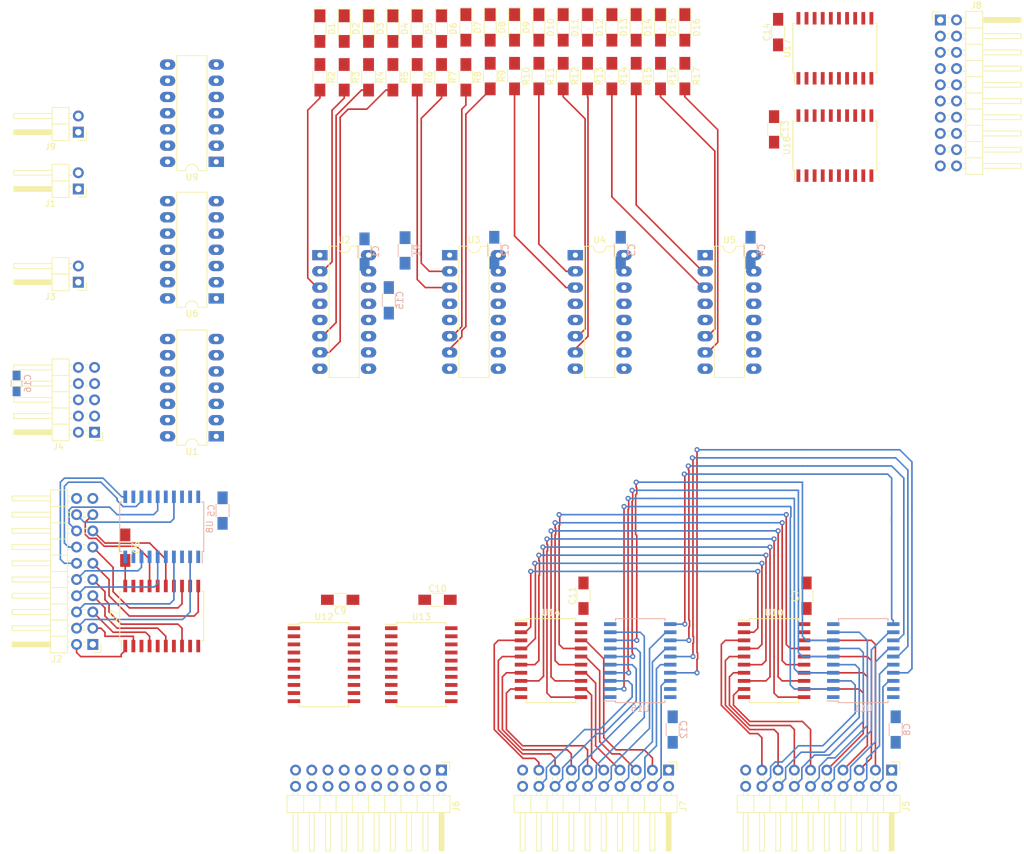
<source format=kicad_pcb>
(kicad_pcb (version 20171130) (host pcbnew "(5.0.0)")
  (layers (0 F.Cu signal) (31 B.Cu signal) (34 B.Paste user) (35 F.Paste user) (36 B.SilkS user) (37 F.SilkS user) (38 B.Mask user) (39 F.Mask user) (44 Edge.Cuts user))
  (net 0 "")
  (net 1 "Net-(D10-Pad2)")
  (net 2 /Co9)
  (net 3 /Co15)
  (net 4 "Net-(D16-Pad2)")
  (net 5 "Net-(D2-Pad2)")
  (net 6 /Co1)
  (net 7 /Co14)
  (net 8 "Net-(D15-Pad2)")
  (net 9 "Net-(D14-Pad2)")
  (net 10 /Co13)
  (net 11 /Co12)
  (net 12 "Net-(D13-Pad2)")
  (net 13 "Net-(D12-Pad2)")
  (net 14 /Co11)
  (net 15 /Co10)
  (net 16 "Net-(D11-Pad2)")
  (net 17 /Reset)
  (net 18 GND)
  (net 19 /Co2)
  (net 20 "Net-(D3-Pad2)")
  (net 21 "Net-(D4-Pad2)")
  (net 22 /Co3)
  (net 23 /Co4)
  (net 24 "Net-(D5-Pad2)")
  (net 25 "Net-(D6-Pad2)")
  (net 26 /Co5)
  (net 27 /Co6)
  (net 28 "Net-(D7-Pad2)")
  (net 29 "Net-(D8-Pad2)")
  (net 30 /Co7)
  (net 31 /Co8)
  (net 32 "Net-(D9-Pad2)")
  (net 33 "Net-(D1-Pad2)")
  (net 34 /Co0)
  (net 35 /~InBusEna)
  (net 36 "Net-(J6-Pad3)")
  (net 37 /Di7)
  (net 38 "Net-(J6-Pad5)")
  (net 39 /Di6)
  (net 40 "Net-(J6-Pad7)")
  (net 41 /Di5)
  (net 42 "Net-(J6-Pad9)")
  (net 43 /Di4)
  (net 44 "Net-(J6-Pad11)")
  (net 45 /Di3)
  (net 46 "Net-(J6-Pad13)")
  (net 47 /Di2)
  (net 48 "Net-(J6-Pad15)")
  (net 49 /Di1)
  (net 50 "Net-(J6-Pad17)")
  (net 51 /Di0)
  (net 52 +5V)
  (net 53 /~OutB_Ena)
  (net 54 "Net-(J5-Pad3)")
  (net 55 "Net-(J5-Pad5)")
  (net 56 "Net-(J5-Pad7)")
  (net 57 "Net-(J5-Pad9)")
  (net 58 "Net-(J5-Pad11)")
  (net 59 "Net-(J5-Pad13)")
  (net 60 "Net-(J5-Pad15)")
  (net 61 "Net-(J5-Pad17)")
  (net 62 "Net-(J5-Pad18)")
  (net 63 "Net-(J5-Pad16)")
  (net 64 "Net-(J5-Pad14)")
  (net 65 "Net-(J5-Pad12)")
  (net 66 "Net-(J5-Pad10)")
  (net 67 "Net-(J5-Pad8)")
  (net 68 "Net-(J5-Pad6)")
  (net 69 "Net-(J5-Pad4)")
  (net 70 /~SideInEna)
  (net 71 /Di8)
  (net 72 "Net-(J2-Pad18)")
  (net 73 /Di9)
  (net 74 "Net-(J2-Pad16)")
  (net 75 /Di10)
  (net 76 "Net-(J2-Pad14)")
  (net 77 /Di11)
  (net 78 "Net-(J2-Pad12)")
  (net 79 /Di12)
  (net 80 "Net-(J2-Pad10)")
  (net 81 /Di13)
  (net 82 "Net-(J2-Pad8)")
  (net 83 /Di14)
  (net 84 "Net-(J2-Pad6)")
  (net 85 /Di15)
  (net 86 "Net-(J2-Pad4)")
  (net 87 "Net-(J2-Pad3)")
  (net 88 "Net-(J2-Pad5)")
  (net 89 "Net-(J2-Pad7)")
  (net 90 "Net-(J2-Pad9)")
  (net 91 "Net-(J2-Pad11)")
  (net 92 "Net-(J2-Pad13)")
  (net 93 "Net-(J2-Pad15)")
  (net 94 "Net-(J2-Pad17)")
  (net 95 /~OutA_Ena)
  (net 96 "Net-(J7-Pad3)")
  (net 97 "Net-(J7-Pad5)")
  (net 98 "Net-(J7-Pad7)")
  (net 99 "Net-(J7-Pad9)")
  (net 100 "Net-(J7-Pad11)")
  (net 101 "Net-(J7-Pad13)")
  (net 102 "Net-(J7-Pad15)")
  (net 103 "Net-(J7-Pad17)")
  (net 104 "Net-(J7-Pad18)")
  (net 105 "Net-(J7-Pad16)")
  (net 106 "Net-(J7-Pad14)")
  (net 107 "Net-(J7-Pad12)")
  (net 108 "Net-(J7-Pad10)")
  (net 109 "Net-(J7-Pad8)")
  (net 110 "Net-(J7-Pad6)")
  (net 111 "Net-(J7-Pad4)")
  (net 112 "Net-(J8-Pad19)")
  (net 113 "Net-(J8-Pad3)")
  (net 114 "Net-(J8-Pad5)")
  (net 115 "Net-(J8-Pad7)")
  (net 116 "Net-(J8-Pad9)")
  (net 117 "Net-(J8-Pad11)")
  (net 118 "Net-(J8-Pad13)")
  (net 119 "Net-(J8-Pad15)")
  (net 120 "Net-(J8-Pad17)")
  (net 121 "Net-(J8-Pad18)")
  (net 122 "Net-(J8-Pad16)")
  (net 123 "Net-(J8-Pad14)")
  (net 124 "Net-(J8-Pad12)")
  (net 125 "Net-(J8-Pad10)")
  (net 126 "Net-(J8-Pad8)")
  (net 127 "Net-(J8-Pad6)")
  (net 128 "Net-(J8-Pad4)")
  (net 129 "Net-(J6-Pad18)")
  (net 130 "Net-(J6-Pad16)")
  (net 131 "Net-(J6-Pad14)")
  (net 132 "Net-(J6-Pad12)")
  (net 133 "Net-(J6-Pad10)")
  (net 134 "Net-(J6-Pad8)")
  (net 135 "Net-(J6-Pad6)")
  (net 136 "Net-(J6-Pad4)")
  (net 137 /~Load)
  (net 138 "Net-(U4-Pad13)")
  (net 139 "Net-(U5-Pad12)")
  (net 140 "Net-(U4-Pad12)")
  (net 141 "Net-(U5-Pad13)")
  (net 142 "Net-(U3-Pad12)")
  (net 143 "Net-(U3-Pad13)")
  (net 144 /~CntDn)
  (net 145 "Net-(U2-Pad12)")
  (net 146 /~CntUp)
  (net 147 "Net-(U2-Pad13)")
  (net 148 "Net-(J9-Pad2)")
  (net 149 "Net-(U1-Pad6)")
  (net 150 /Control/Select)
  (net 151 "Net-(J1-Pad2)")
  (net 152 /Control/CntUpIn)
  (net 153 /Control/CntDnIn)
  (net 154 "Net-(U1-Pad3)")
  (net 155 "Net-(J3-Pad2)")
  (net 156 /Control/OutB_Ena)
  (net 157 /Control/Clock)
  (net 158 "Net-(U6-Pad11)")
  (net 159 "Net-(U6-Pad3)")
  (net 160 /Control/OutA_Ena)
  (net 161 /Control/Load)
  (net 162 "Net-(U6-Pad6)")
  (module Capacitors_SMD:C_0805_HandSoldering (layer B.Cu) (at 26.800989 82.331831 90)
    (fp_text reference C16 (at 0 1.75 90) (layer B.SilkS) (effects (justify mirror)))
    (fp_text value 10,0)
    (pad 1 smd rect (at -1.25 0 90) (size 1.5 1.25) (layers B.Cu B.Paste B.Mask) (net 18 GND))
    (pad 2 smd rect (at 1.25 0 90) (size 1.5 1.25) (layers B.Cu B.Paste B.Mask) (net 52 +5V))
  )
  (module Capacitors_SMD:C_1206_HandSoldering (layer B.Cu) (at 81.28 61.69 90)
    (fp_text reference C1 (at 0 1.75 90) (layer B.SilkS) (effects (justify mirror)))
    (fp_text value 0,1)
    (pad 1 smd rect (at -2 0 90) (size 2 1.6) (layers B.Cu B.Paste B.Mask) (net 52 +5V))
    (pad 2 smd rect (at 2 0 90) (size 2 1.6) (layers B.Cu B.Paste B.Mask) (net 18 GND))
  )
  (module Capacitors_SMD:C_1206_HandSoldering (layer B.Cu) (at 85.09 69.31 90)
    (fp_text reference C15 (at 0 1.75 90) (layer B.SilkS) (effects (justify mirror)))
    (fp_text value 0,1)
    (pad 2 smd rect (at 2 0 90) (size 2 1.6) (layers B.Cu B.Paste B.Mask) (net 52 +5V))
    (pad 1 smd rect (at -2 0 90) (size 2 1.6) (layers B.Cu B.Paste B.Mask) (net 17 /Reset))
  )
  (module Capacitors_SMD:C_1206_HandSoldering (layer F.Cu) (at 146.05 27.305 90)
    (fp_text reference C14 (at 0 -1.75 90) (layer F.SilkS))
    (fp_text value 0,1)
    (pad 1 smd rect (at -2 0 90) (size 2 1.6) (layers F.Cu F.Paste F.Mask) (net 18 GND))
    (pad 2 smd rect (at 2 0 90) (size 2 1.6) (layers F.Cu F.Paste F.Mask) (net 52 +5V))
  )
  (module Capacitors_SMD:C_1206_HandSoldering (layer F.Cu) (at 145.415 42.545 270)
    (fp_text reference C13 (at 0 -1.75 270) (layer F.SilkS))
    (fp_text value 0,1)
    (pad 2 smd rect (at 2 0 270) (size 2 1.6) (layers F.Cu F.Paste F.Mask) (net 18 GND))
    (pad 1 smd rect (at -2 0 270) (size 2 1.6) (layers F.Cu F.Paste F.Mask) (net 52 +5V))
  )
  (module Capacitors_SMD:C_1206_HandSoldering (layer B.Cu) (at 129.54 136.525 90)
    (fp_text reference C12 (at 0 1.75 90) (layer B.SilkS) (effects (justify mirror)))
    (fp_text value 0,1)
    (pad 1 smd rect (at -2 0 90) (size 2 1.6) (layers B.Cu B.Paste B.Mask) (net 18 GND))
    (pad 2 smd rect (at 2 0 90) (size 2 1.6) (layers B.Cu B.Paste B.Mask) (net 52 +5V))
  )
  (module Capacitors_SMD:C_1206_HandSoldering (layer F.Cu) (at 115.57 115.57 90)
    (fp_text reference C11 (at 0 -1.75 90) (layer F.SilkS))
    (fp_text value 0,1)
    (pad 2 smd rect (at 2 0 90) (size 2 1.6) (layers F.Cu F.Paste F.Mask) (net 18 GND))
    (pad 1 smd rect (at -2 0 90) (size 2 1.6) (layers F.Cu F.Paste F.Mask) (net 52 +5V))
  )
  (module Capacitors_SMD:C_1206_HandSoldering (layer F.Cu) (at 92.71 116.205)
    (fp_text reference C10 (at 0 -1.75) (layer F.SilkS))
    (fp_text value 0,1)
    (pad 1 smd rect (at -2 0) (size 2 1.6) (layers F.Cu F.Paste F.Mask) (net 18 GND))
    (pad 2 smd rect (at 2 0) (size 2 1.6) (layers F.Cu F.Paste F.Mask) (net 52 +5V))
  )
  (module Capacitors_SMD:C_1206_HandSoldering (layer F.Cu) (at 77.47 116.205 180)
    (fp_text reference C9 (at 0 -1.75 180) (layer F.SilkS))
    (fp_text value 0,1)
    (pad 2 smd rect (at 2 0 180) (size 2 1.6) (layers F.Cu F.Paste F.Mask) (net 18 GND))
    (pad 1 smd rect (at -2 0 180) (size 2 1.6) (layers F.Cu F.Paste F.Mask) (net 52 +5V))
  )
  (module Capacitors_SMD:C_1206_HandSoldering (layer B.Cu) (at 164.465 136.525 90)
    (fp_text reference C8 (at 0 1.75 90) (layer B.SilkS) (effects (justify mirror)))
    (fp_text value 0,1)
    (pad 1 smd rect (at -2 0 90) (size 2 1.6) (layers B.Cu B.Paste B.Mask) (net 18 GND))
    (pad 2 smd rect (at 2 0 90) (size 2 1.6) (layers B.Cu B.Paste B.Mask) (net 52 +5V))
  )
  (module Capacitors_SMD:C_1206_HandSoldering (layer F.Cu) (at 150.495 115.57 90)
    (fp_text reference C7 (at 0 -1.75 90) (layer F.SilkS))
    (fp_text value 0,1)
    (pad 2 smd rect (at 2 0 90) (size 2 1.6) (layers F.Cu F.Paste F.Mask) (net 18 GND))
    (pad 1 smd rect (at -2 0 90) (size 2 1.6) (layers F.Cu F.Paste F.Mask) (net 52 +5V))
  )
  (module Capacitors_SMD:C_1206_HandSoldering (layer F.Cu) (at 43.815 108.045 270)
    (fp_text reference C6 (at 0 -1.75 270) (layer F.SilkS))
    (fp_text value 0,1)
    (pad 1 smd rect (at -2 0 270) (size 2 1.6) (layers F.Cu F.Paste F.Mask) (net 18 GND))
    (pad 2 smd rect (at 2 0 270) (size 2 1.6) (layers F.Cu F.Paste F.Mask) (net 52 +5V))
  )
  (module Capacitors_SMD:C_1206_HandSoldering (layer B.Cu) (at 59.055 102.235 270)
    (fp_text reference C5 (at 0 1.75 270) (layer B.SilkS) (effects (justify mirror)))
    (fp_text value 0,1)
    (pad 2 smd rect (at 2 0 270) (size 2 1.6) (layers B.Cu B.Paste B.Mask) (net 18 GND))
    (pad 1 smd rect (at -2 0 270) (size 2 1.6) (layers B.Cu B.Paste B.Mask) (net 52 +5V))
  )
  (module Capacitors_SMD:C_1206_HandSoldering (layer B.Cu) (at 141.732 61.436 90)
    (fp_text reference C4 (at 0 1.75 90) (layer B.SilkS) (effects (justify mirror)))
    (fp_text value 0,1)
    (pad 1 smd rect (at -2 0 90) (size 2 1.6) (layers B.Cu B.Paste B.Mask) (net 52 +5V))
    (pad 2 smd rect (at 2 0 90) (size 2 1.6) (layers B.Cu B.Paste B.Mask) (net 18 GND))
  )
  (module Capacitors_SMD:C_1206_HandSoldering (layer B.Cu) (at 121.412 61.436 90)
    (fp_text reference C3 (at 0 1.75 90) (layer B.SilkS) (effects (justify mirror)))
    (fp_text value 0,1)
    (pad 2 smd rect (at 2 0 90) (size 2 1.6) (layers B.Cu B.Paste B.Mask) (net 18 GND))
    (pad 1 smd rect (at -2 0 90) (size 2 1.6) (layers B.Cu B.Paste B.Mask) (net 52 +5V))
  )
  (module Capacitors_SMD:C_1206_HandSoldering (layer B.Cu) (at 101.6 61.436 90)
    (fp_text reference C2 (at 0 1.75 90) (layer B.SilkS) (effects (justify mirror)))
    (fp_text value 0,1)
    (pad 1 smd rect (at -2 0 90) (size 2 1.6) (layers B.Cu B.Paste B.Mask) (net 52 +5V))
    (pad 2 smd rect (at 2 0 90) (size 2 1.6) (layers B.Cu B.Paste B.Mask) (net 18 GND))
  )
  (module Connector_PinHeader_2.54mm:PinHeader_1x02_P2.54mm_Horizontal (layer F.Cu) (at 36.465989 51.871831 180)
    (fp_text reference J1 (at 4.385 -2.27 180) (layer F.SilkS))
    (fp_text value ~Select)
    (pad 1 thru_hole rect (at 0 0 180) (size 1.7 1.7) (drill 1) (layers *.Cu *.Mask) (net 18 GND))
    (pad 2 thru_hole oval (at 0 2.54 180) (size 1.7 1.7) (drill 1) (layers *.Cu *.Mask) (net 151 "Net-(J1-Pad2)"))
  )
  (module Connector_PinHeader_2.54mm:PinHeader_1x02_P2.54mm_Horizontal (layer F.Cu) (at 36.465989 66.476831 180)
    (fp_text reference J3 (at 4.385 -2.27 180) (layer F.SilkS))
    (fp_text value ~Count)
    (pad 2 thru_hole oval (at 0 2.54 180) (size 1.7 1.7) (drill 1) (layers *.Cu *.Mask) (net 155 "Net-(J3-Pad2)"))
    (pad 1 thru_hole rect (at 0 0 180) (size 1.7 1.7) (drill 1) (layers *.Cu *.Mask) (net 18 GND))
  )
  (module Connector_PinHeader_2.54mm:PinHeader_1x02_P2.54mm_Horizontal (layer F.Cu) (at 36.465989 42.981831 180)
    (fp_text reference J9 (at 4.385 -2.27 180) (layer F.SilkS))
    (fp_text value ~SideIn)
    (pad 1 thru_hole rect (at 0 0 180) (size 1.7 1.7) (drill 1) (layers *.Cu *.Mask) (net 18 GND))
    (pad 2 thru_hole oval (at 0 2.54 180) (size 1.7 1.7) (drill 1) (layers *.Cu *.Mask) (net 148 "Net-(J9-Pad2)"))
  )
  (module Connector_PinHeader_2.54mm:PinHeader_2x05_P2.54mm_Horizontal (layer F.Cu) (at 39.015989 89.971831 180)
    (fp_text reference J4 (at 5.655 -2.27 180) (layer F.SilkS))
    (fp_text value Control)
    (pad 1 thru_hole rect (at 0 0 180) (size 1.7 1.7) (drill 1) (layers *.Cu *.Mask) (net 152 /Control/CntUpIn))
    (pad 2 thru_hole oval (at 2.54 0 180) (size 1.7 1.7) (drill 1) (layers *.Cu *.Mask) (net 153 /Control/CntDnIn))
    (pad 3 thru_hole oval (at 0 2.54 180) (size 1.7 1.7) (drill 1) (layers *.Cu *.Mask) (net 160 /Control/OutA_Ena))
    (pad 4 thru_hole oval (at 2.54 2.54 180) (size 1.7 1.7) (drill 1) (layers *.Cu *.Mask) (net 156 /Control/OutB_Ena))
    (pad 5 thru_hole oval (at 0 5.08 180) (size 1.7 1.7) (drill 1) (layers *.Cu *.Mask) (net 18 GND))
    (pad 6 thru_hole oval (at 2.54 5.08 180) (size 1.7 1.7) (drill 1) (layers *.Cu *.Mask) (net 18 GND))
    (pad 7 thru_hole oval (at 0 7.62 180) (size 1.7 1.7) (drill 1) (layers *.Cu *.Mask) (net 157 /Control/Clock))
    (pad 8 thru_hole oval (at 2.54 7.62 180) (size 1.7 1.7) (drill 1) (layers *.Cu *.Mask) (net 161 /Control/Load))
    (pad 9 thru_hole oval (at 0 10.16 180) (size 1.7 1.7) (drill 1) (layers *.Cu *.Mask) (net 52 +5V))
    (pad 10 thru_hole oval (at 2.54 10.16 180) (size 1.7 1.7) (drill 1) (layers *.Cu *.Mask) (net 52 +5V))
  )
  (module Connector_PinHeader_2.54mm:PinHeader_2x10_P2.54mm_Horizontal (layer F.Cu) (at 38.735 123.19 180)
    (fp_text reference J2 (at 5.655 -2.27 180) (layer F.SilkS))
    (fp_text value SideIn)
    (pad 1 thru_hole rect (at 0 0 180) (size 1.7 1.7) (drill 1) (layers *.Cu *.Mask) (net 18 GND))
    (pad 2 thru_hole oval (at 2.54 0 180) (size 1.7 1.7) (drill 1) (layers *.Cu *.Mask) (net 70 /~SideInEna))
    (pad 3 thru_hole oval (at 0 2.54 180) (size 1.7 1.7) (drill 1) (layers *.Cu *.Mask) (net 87 "Net-(J2-Pad3)"))
    (pad 4 thru_hole oval (at 2.54 2.54 180) (size 1.7 1.7) (drill 1) (layers *.Cu *.Mask) (net 86 "Net-(J2-Pad4)"))
    (pad 5 thru_hole oval (at 0 5.08 180) (size 1.7 1.7) (drill 1) (layers *.Cu *.Mask) (net 88 "Net-(J2-Pad5)"))
    (pad 6 thru_hole oval (at 2.54 5.08 180) (size 1.7 1.7) (drill 1) (layers *.Cu *.Mask) (net 84 "Net-(J2-Pad6)"))
    (pad 7 thru_hole oval (at 0 7.62 180) (size 1.7 1.7) (drill 1) (layers *.Cu *.Mask) (net 89 "Net-(J2-Pad7)"))
    (pad 8 thru_hole oval (at 2.54 7.62 180) (size 1.7 1.7) (drill 1) (layers *.Cu *.Mask) (net 82 "Net-(J2-Pad8)"))
    (pad 9 thru_hole oval (at 0 10.16 180) (size 1.7 1.7) (drill 1) (layers *.Cu *.Mask) (net 90 "Net-(J2-Pad9)"))
    (pad 10 thru_hole oval (at 2.54 10.16 180) (size 1.7 1.7) (drill 1) (layers *.Cu *.Mask) (net 80 "Net-(J2-Pad10)"))
    (pad 11 thru_hole oval (at 0 12.7 180) (size 1.7 1.7) (drill 1) (layers *.Cu *.Mask) (net 91 "Net-(J2-Pad11)"))
    (pad 12 thru_hole oval (at 2.54 12.7 180) (size 1.7 1.7) (drill 1) (layers *.Cu *.Mask) (net 78 "Net-(J2-Pad12)"))
    (pad 13 thru_hole oval (at 0 15.24 180) (size 1.7 1.7) (drill 1) (layers *.Cu *.Mask) (net 92 "Net-(J2-Pad13)"))
    (pad 14 thru_hole oval (at 2.54 15.24 180) (size 1.7 1.7) (drill 1) (layers *.Cu *.Mask) (net 76 "Net-(J2-Pad14)"))
    (pad 15 thru_hole oval (at 0 17.78 180) (size 1.7 1.7) (drill 1) (layers *.Cu *.Mask) (net 93 "Net-(J2-Pad15)"))
    (pad 16 thru_hole oval (at 2.54 17.78 180) (size 1.7 1.7) (drill 1) (layers *.Cu *.Mask) (net 74 "Net-(J2-Pad16)"))
    (pad 17 thru_hole oval (at 0 20.32 180) (size 1.7 1.7) (drill 1) (layers *.Cu *.Mask) (net 94 "Net-(J2-Pad17)"))
    (pad 18 thru_hole oval (at 2.54 20.32 180) (size 1.7 1.7) (drill 1) (layers *.Cu *.Mask) (net 72 "Net-(J2-Pad18)"))
    (pad 19 thru_hole oval (at 0 22.86 180) (size 1.7 1.7) (drill 1) (layers *.Cu *.Mask) (net 70 /~SideInEna))
    (pad 20 thru_hole oval (at 2.54 22.86 180) (size 1.7 1.7) (drill 1) (layers *.Cu *.Mask) (net 18 GND))
  )
  (module Connector_PinHeader_2.54mm:PinHeader_2x10_P2.54mm_Horizontal (layer F.Cu) (at 163.83 142.875 270)
    (fp_text reference J5 (at 5.655 -2.27 270) (layer F.SilkS))
    (fp_text value OutBusB)
    (pad 20 thru_hole oval (at 2.54 22.86 270) (size 1.7 1.7) (drill 1) (layers *.Cu *.Mask) (net 18 GND))
    (pad 19 thru_hole oval (at 0 22.86 270) (size 1.7 1.7) (drill 1) (layers *.Cu *.Mask) (net 18 GND))
    (pad 18 thru_hole oval (at 2.54 20.32 270) (size 1.7 1.7) (drill 1) (layers *.Cu *.Mask) (net 62 "Net-(J5-Pad18)"))
    (pad 17 thru_hole oval (at 0 20.32 270) (size 1.7 1.7) (drill 1) (layers *.Cu *.Mask) (net 61 "Net-(J5-Pad17)"))
    (pad 16 thru_hole oval (at 2.54 17.78 270) (size 1.7 1.7) (drill 1) (layers *.Cu *.Mask) (net 63 "Net-(J5-Pad16)"))
    (pad 15 thru_hole oval (at 0 17.78 270) (size 1.7 1.7) (drill 1) (layers *.Cu *.Mask) (net 60 "Net-(J5-Pad15)"))
    (pad 14 thru_hole oval (at 2.54 15.24 270) (size 1.7 1.7) (drill 1) (layers *.Cu *.Mask) (net 64 "Net-(J5-Pad14)"))
    (pad 13 thru_hole oval (at 0 15.24 270) (size 1.7 1.7) (drill 1) (layers *.Cu *.Mask) (net 59 "Net-(J5-Pad13)"))
    (pad 12 thru_hole oval (at 2.54 12.7 270) (size 1.7 1.7) (drill 1) (layers *.Cu *.Mask) (net 65 "Net-(J5-Pad12)"))
    (pad 11 thru_hole oval (at 0 12.7 270) (size 1.7 1.7) (drill 1) (layers *.Cu *.Mask) (net 58 "Net-(J5-Pad11)"))
    (pad 10 thru_hole oval (at 2.54 10.16 270) (size 1.7 1.7) (drill 1) (layers *.Cu *.Mask) (net 66 "Net-(J5-Pad10)"))
    (pad 9 thru_hole oval (at 0 10.16 270) (size 1.7 1.7) (drill 1) (layers *.Cu *.Mask) (net 57 "Net-(J5-Pad9)"))
    (pad 8 thru_hole oval (at 2.54 7.62 270) (size 1.7 1.7) (drill 1) (layers *.Cu *.Mask) (net 67 "Net-(J5-Pad8)"))
    (pad 7 thru_hole oval (at 0 7.62 270) (size 1.7 1.7) (drill 1) (layers *.Cu *.Mask) (net 56 "Net-(J5-Pad7)"))
    (pad 6 thru_hole oval (at 2.54 5.08 270) (size 1.7 1.7) (drill 1) (layers *.Cu *.Mask) (net 68 "Net-(J5-Pad6)"))
    (pad 5 thru_hole oval (at 0 5.08 270) (size 1.7 1.7) (drill 1) (layers *.Cu *.Mask) (net 55 "Net-(J5-Pad5)"))
    (pad 4 thru_hole oval (at 2.54 2.54 270) (size 1.7 1.7) (drill 1) (layers *.Cu *.Mask) (net 69 "Net-(J5-Pad4)"))
    (pad 3 thru_hole oval (at 0 2.54 270) (size 1.7 1.7) (drill 1) (layers *.Cu *.Mask) (net 54 "Net-(J5-Pad3)"))
    (pad 2 thru_hole oval (at 2.54 0 270) (size 1.7 1.7) (drill 1) (layers *.Cu *.Mask) (net 18 GND))
    (pad 1 thru_hole rect (at 0 0 270) (size 1.7 1.7) (drill 1) (layers *.Cu *.Mask) (net 18 GND))
  )
  (module Connector_PinHeader_2.54mm:PinHeader_2x10_P2.54mm_Horizontal (layer F.Cu) (at 93.345 142.875 270)
    (fp_text reference J6 (at 5.655 -2.27 270) (layer F.SilkS))
    (fp_text value InBus)
    (pad 1 thru_hole rect (at 0 0 270) (size 1.7 1.7) (drill 1) (layers *.Cu *.Mask) (net 18 GND))
    (pad 2 thru_hole oval (at 2.54 0 270) (size 1.7 1.7) (drill 1) (layers *.Cu *.Mask) (net 18 GND))
    (pad 3 thru_hole oval (at 0 2.54 270) (size 1.7 1.7) (drill 1) (layers *.Cu *.Mask) (net 36 "Net-(J6-Pad3)"))
    (pad 4 thru_hole oval (at 2.54 2.54 270) (size 1.7 1.7) (drill 1) (layers *.Cu *.Mask) (net 136 "Net-(J6-Pad4)"))
    (pad 5 thru_hole oval (at 0 5.08 270) (size 1.7 1.7) (drill 1) (layers *.Cu *.Mask) (net 38 "Net-(J6-Pad5)"))
    (pad 6 thru_hole oval (at 2.54 5.08 270) (size 1.7 1.7) (drill 1) (layers *.Cu *.Mask) (net 135 "Net-(J6-Pad6)"))
    (pad 7 thru_hole oval (at 0 7.62 270) (size 1.7 1.7) (drill 1) (layers *.Cu *.Mask) (net 40 "Net-(J6-Pad7)"))
    (pad 8 thru_hole oval (at 2.54 7.62 270) (size 1.7 1.7) (drill 1) (layers *.Cu *.Mask) (net 134 "Net-(J6-Pad8)"))
    (pad 9 thru_hole oval (at 0 10.16 270) (size 1.7 1.7) (drill 1) (layers *.Cu *.Mask) (net 42 "Net-(J6-Pad9)"))
    (pad 10 thru_hole oval (at 2.54 10.16 270) (size 1.7 1.7) (drill 1) (layers *.Cu *.Mask) (net 133 "Net-(J6-Pad10)"))
    (pad 11 thru_hole oval (at 0 12.7 270) (size 1.7 1.7) (drill 1) (layers *.Cu *.Mask) (net 44 "Net-(J6-Pad11)"))
    (pad 12 thru_hole oval (at 2.54 12.7 270) (size 1.7 1.7) (drill 1) (layers *.Cu *.Mask) (net 132 "Net-(J6-Pad12)"))
    (pad 13 thru_hole oval (at 0 15.24 270) (size 1.7 1.7) (drill 1) (layers *.Cu *.Mask) (net 46 "Net-(J6-Pad13)"))
    (pad 14 thru_hole oval (at 2.54 15.24 270) (size 1.7 1.7) (drill 1) (layers *.Cu *.Mask) (net 131 "Net-(J6-Pad14)"))
    (pad 15 thru_hole oval (at 0 17.78 270) (size 1.7 1.7) (drill 1) (layers *.Cu *.Mask) (net 48 "Net-(J6-Pad15)"))
    (pad 16 thru_hole oval (at 2.54 17.78 270) (size 1.7 1.7) (drill 1) (layers *.Cu *.Mask) (net 130 "Net-(J6-Pad16)"))
    (pad 17 thru_hole oval (at 0 20.32 270) (size 1.7 1.7) (drill 1) (layers *.Cu *.Mask) (net 50 "Net-(J6-Pad17)"))
    (pad 18 thru_hole oval (at 2.54 20.32 270) (size 1.7 1.7) (drill 1) (layers *.Cu *.Mask) (net 129 "Net-(J6-Pad18)"))
    (pad 19 thru_hole oval (at 0 22.86 270) (size 1.7 1.7) (drill 1) (layers *.Cu *.Mask) (net 18 GND))
    (pad 20 thru_hole oval (at 2.54 22.86 270) (size 1.7 1.7) (drill 1) (layers *.Cu *.Mask) (net 18 GND))
  )
  (module Connector_PinHeader_2.54mm:PinHeader_2x10_P2.54mm_Horizontal (layer F.Cu) (at 171.45 25.4)
    (fp_text reference J8 (at 5.655 -2.27) (layer F.SilkS))
    (fp_text value OutC)
    (pad 20 thru_hole oval (at 2.54 22.86) (size 1.7 1.7) (drill 1) (layers *.Cu *.Mask) (net 18 GND))
    (pad 19 thru_hole oval (at 0 22.86) (size 1.7 1.7) (drill 1) (layers *.Cu *.Mask) (net 112 "Net-(J8-Pad19)"))
    (pad 18 thru_hole oval (at 2.54 20.32) (size 1.7 1.7) (drill 1) (layers *.Cu *.Mask) (net 121 "Net-(J8-Pad18)"))
    (pad 17 thru_hole oval (at 0 20.32) (size 1.7 1.7) (drill 1) (layers *.Cu *.Mask) (net 120 "Net-(J8-Pad17)"))
    (pad 16 thru_hole oval (at 2.54 17.78) (size 1.7 1.7) (drill 1) (layers *.Cu *.Mask) (net 122 "Net-(J8-Pad16)"))
    (pad 15 thru_hole oval (at 0 17.78) (size 1.7 1.7) (drill 1) (layers *.Cu *.Mask) (net 119 "Net-(J8-Pad15)"))
    (pad 14 thru_hole oval (at 2.54 15.24) (size 1.7 1.7) (drill 1) (layers *.Cu *.Mask) (net 123 "Net-(J8-Pad14)"))
    (pad 13 thru_hole oval (at 0 15.24) (size 1.7 1.7) (drill 1) (layers *.Cu *.Mask) (net 118 "Net-(J8-Pad13)"))
    (pad 12 thru_hole oval (at 2.54 12.7) (size 1.7 1.7) (drill 1) (layers *.Cu *.Mask) (net 124 "Net-(J8-Pad12)"))
    (pad 11 thru_hole oval (at 0 12.7) (size 1.7 1.7) (drill 1) (layers *.Cu *.Mask) (net 117 "Net-(J8-Pad11)"))
    (pad 10 thru_hole oval (at 2.54 10.16) (size 1.7 1.7) (drill 1) (layers *.Cu *.Mask) (net 125 "Net-(J8-Pad10)"))
    (pad 9 thru_hole oval (at 0 10.16) (size 1.7 1.7) (drill 1) (layers *.Cu *.Mask) (net 116 "Net-(J8-Pad9)"))
    (pad 8 thru_hole oval (at 2.54 7.62) (size 1.7 1.7) (drill 1) (layers *.Cu *.Mask) (net 126 "Net-(J8-Pad8)"))
    (pad 7 thru_hole oval (at 0 7.62) (size 1.7 1.7) (drill 1) (layers *.Cu *.Mask) (net 115 "Net-(J8-Pad7)"))
    (pad 6 thru_hole oval (at 2.54 5.08) (size 1.7 1.7) (drill 1) (layers *.Cu *.Mask) (net 127 "Net-(J8-Pad6)"))
    (pad 5 thru_hole oval (at 0 5.08) (size 1.7 1.7) (drill 1) (layers *.Cu *.Mask) (net 114 "Net-(J8-Pad5)"))
    (pad 4 thru_hole oval (at 2.54 2.54) (size 1.7 1.7) (drill 1) (layers *.Cu *.Mask) (net 128 "Net-(J8-Pad4)"))
    (pad 3 thru_hole oval (at 0 2.54) (size 1.7 1.7) (drill 1) (layers *.Cu *.Mask) (net 113 "Net-(J8-Pad3)"))
    (pad 2 thru_hole oval (at 2.54 0) (size 1.7 1.7) (drill 1) (layers *.Cu *.Mask) (net 112 "Net-(J8-Pad19)"))
    (pad 1 thru_hole rect (at 0 0) (size 1.7 1.7) (drill 1) (layers *.Cu *.Mask) (net 18 GND))
  )
  (module Connector_PinHeader_2.54mm:PinHeader_2x10_P2.54mm_Horizontal (layer F.Cu) (at 128.905 142.875 270)
    (fp_text reference J7 (at 5.655 -2.27 270) (layer F.SilkS))
    (fp_text value OutBusA)
    (pad 1 thru_hole rect (at 0 0 270) (size 1.7 1.7) (drill 1) (layers *.Cu *.Mask) (net 18 GND))
    (pad 2 thru_hole oval (at 2.54 0 270) (size 1.7 1.7) (drill 1) (layers *.Cu *.Mask) (net 18 GND))
    (pad 3 thru_hole oval (at 0 2.54 270) (size 1.7 1.7) (drill 1) (layers *.Cu *.Mask) (net 96 "Net-(J7-Pad3)"))
    (pad 4 thru_hole oval (at 2.54 2.54 270) (size 1.7 1.7) (drill 1) (layers *.Cu *.Mask) (net 111 "Net-(J7-Pad4)"))
    (pad 5 thru_hole oval (at 0 5.08 270) (size 1.7 1.7) (drill 1) (layers *.Cu *.Mask) (net 97 "Net-(J7-Pad5)"))
    (pad 6 thru_hole oval (at 2.54 5.08 270) (size 1.7 1.7) (drill 1) (layers *.Cu *.Mask) (net 110 "Net-(J7-Pad6)"))
    (pad 7 thru_hole oval (at 0 7.62 270) (size 1.7 1.7) (drill 1) (layers *.Cu *.Mask) (net 98 "Net-(J7-Pad7)"))
    (pad 8 thru_hole oval (at 2.54 7.62 270) (size 1.7 1.7) (drill 1) (layers *.Cu *.Mask) (net 109 "Net-(J7-Pad8)"))
    (pad 9 thru_hole oval (at 0 10.16 270) (size 1.7 1.7) (drill 1) (layers *.Cu *.Mask) (net 99 "Net-(J7-Pad9)"))
    (pad 10 thru_hole oval (at 2.54 10.16 270) (size 1.7 1.7) (drill 1) (layers *.Cu *.Mask) (net 108 "Net-(J7-Pad10)"))
    (pad 11 thru_hole oval (at 0 12.7 270) (size 1.7 1.7) (drill 1) (layers *.Cu *.Mask) (net 100 "Net-(J7-Pad11)"))
    (pad 12 thru_hole oval (at 2.54 12.7 270) (size 1.7 1.7) (drill 1) (layers *.Cu *.Mask) (net 107 "Net-(J7-Pad12)"))
    (pad 13 thru_hole oval (at 0 15.24 270) (size 1.7 1.7) (drill 1) (layers *.Cu *.Mask) (net 101 "Net-(J7-Pad13)"))
    (pad 14 thru_hole oval (at 2.54 15.24 270) (size 1.7 1.7) (drill 1) (layers *.Cu *.Mask) (net 106 "Net-(J7-Pad14)"))
    (pad 15 thru_hole oval (at 0 17.78 270) (size 1.7 1.7) (drill 1) (layers *.Cu *.Mask) (net 102 "Net-(J7-Pad15)"))
    (pad 16 thru_hole oval (at 2.54 17.78 270) (size 1.7 1.7) (drill 1) (layers *.Cu *.Mask) (net 105 "Net-(J7-Pad16)"))
    (pad 17 thru_hole oval (at 0 20.32 270) (size 1.7 1.7) (drill 1) (layers *.Cu *.Mask) (net 103 "Net-(J7-Pad17)"))
    (pad 18 thru_hole oval (at 2.54 20.32 270) (size 1.7 1.7) (drill 1) (layers *.Cu *.Mask) (net 104 "Net-(J7-Pad18)"))
    (pad 19 thru_hole oval (at 0 22.86 270) (size 1.7 1.7) (drill 1) (layers *.Cu *.Mask) (net 18 GND))
    (pad 20 thru_hole oval (at 2.54 22.86 270) (size 1.7 1.7) (drill 1) (layers *.Cu *.Mask) (net 18 GND))
  )
  (module Housings_DIP:DIP-14_W7.62mm_LongPads (layer F.Cu) (at 58.065989 69.016831 180)
    (fp_text reference U6 (at 3.81 -2.39 180) (layer F.SilkS))
    (fp_text value 74LS00)
    (pad 14 thru_hole oval (at 7.62 0 180) (size 2.4 1.6) (drill 0.8) (layers *.Cu *.Mask))
    (pad 7 thru_hole oval (at 0 15.24 180) (size 2.4 1.6) (drill 0.8) (layers *.Cu *.Mask))
    (pad 13 thru_hole oval (at 7.62 2.54 180) (size 2.4 1.6) (drill 0.8) (layers *.Cu *.Mask) (net 35 /~InBusEna))
    (pad 6 thru_hole oval (at 0 12.7 180) (size 2.4 1.6) (drill 0.8) (layers *.Cu *.Mask) (net 162 "Net-(U6-Pad6)"))
    (pad 12 thru_hole oval (at 7.62 5.08 180) (size 2.4 1.6) (drill 0.8) (layers *.Cu *.Mask) (net 157 /Control/Clock))
    (pad 5 thru_hole oval (at 0 10.16 180) (size 2.4 1.6) (drill 0.8) (layers *.Cu *.Mask) (net 158 "Net-(U6-Pad11)"))
    (pad 11 thru_hole oval (at 7.62 7.62 180) (size 2.4 1.6) (drill 0.8) (layers *.Cu *.Mask) (net 158 "Net-(U6-Pad11)"))
    (pad 4 thru_hole oval (at 0 7.62 180) (size 2.4 1.6) (drill 0.8) (layers *.Cu *.Mask) (net 159 "Net-(U6-Pad3)"))
    (pad 10 thru_hole oval (at 7.62 10.16 180) (size 2.4 1.6) (drill 0.8) (layers *.Cu *.Mask) (net 160 /Control/OutA_Ena))
    (pad 3 thru_hole oval (at 0 5.08 180) (size 2.4 1.6) (drill 0.8) (layers *.Cu *.Mask) (net 159 "Net-(U6-Pad3)"))
    (pad 9 thru_hole oval (at 7.62 12.7 180) (size 2.4 1.6) (drill 0.8) (layers *.Cu *.Mask) (net 150 /Control/Select))
    (pad 2 thru_hole oval (at 0 2.54 180) (size 2.4 1.6) (drill 0.8) (layers *.Cu *.Mask) (net 161 /Control/Load))
    (pad 8 thru_hole oval (at 7.62 15.24 180) (size 2.4 1.6) (drill 0.8) (layers *.Cu *.Mask) (net 95 /~OutA_Ena))
    (pad 1 thru_hole rect (at 0 0 180) (size 2.4 1.6) (drill 0.8) (layers *.Cu *.Mask) (net 150 /Control/Select))
  )
  (module Housings_DIP:DIP-14_W7.62mm_LongPads (layer F.Cu) (at 58.065989 90.606831 180)
    (fp_text reference U1 (at 3.81 -2.39 180) (layer F.SilkS))
    (fp_text value 74LS00)
    (pad 1 thru_hole rect (at 0 0 180) (size 2.4 1.6) (drill 0.8) (layers *.Cu *.Mask) (net 152 /Control/CntUpIn))
    (pad 8 thru_hole oval (at 7.62 15.24 180) (size 2.4 1.6) (drill 0.8) (layers *.Cu *.Mask) (net 144 /~CntDn))
    (pad 2 thru_hole oval (at 0 2.54 180) (size 2.4 1.6) (drill 0.8) (layers *.Cu *.Mask) (net 150 /Control/Select))
    (pad 9 thru_hole oval (at 7.62 12.7 180) (size 2.4 1.6) (drill 0.8) (layers *.Cu *.Mask) (net 153 /Control/CntDnIn))
    (pad 3 thru_hole oval (at 0 5.08 180) (size 2.4 1.6) (drill 0.8) (layers *.Cu *.Mask) (net 154 "Net-(U1-Pad3)"))
    (pad 10 thru_hole oval (at 7.62 10.16 180) (size 2.4 1.6) (drill 0.8) (layers *.Cu *.Mask) (net 150 /Control/Select))
    (pad 4 thru_hole oval (at 0 7.62 180) (size 2.4 1.6) (drill 0.8) (layers *.Cu *.Mask) (net 154 "Net-(U1-Pad3)"))
    (pad 11 thru_hole oval (at 7.62 7.62 180) (size 2.4 1.6) (drill 0.8) (layers *.Cu *.Mask) (net 53 /~OutB_Ena))
    (pad 5 thru_hole oval (at 0 10.16 180) (size 2.4 1.6) (drill 0.8) (layers *.Cu *.Mask) (net 155 "Net-(J3-Pad2)"))
    (pad 12 thru_hole oval (at 7.62 5.08 180) (size 2.4 1.6) (drill 0.8) (layers *.Cu *.Mask) (net 150 /Control/Select))
    (pad 6 thru_hole oval (at 0 12.7 180) (size 2.4 1.6) (drill 0.8) (layers *.Cu *.Mask) (net 149 "Net-(U1-Pad6)"))
    (pad 13 thru_hole oval (at 7.62 2.54 180) (size 2.4 1.6) (drill 0.8) (layers *.Cu *.Mask) (net 156 /Control/OutB_Ena))
    (pad 7 thru_hole oval (at 0 15.24 180) (size 2.4 1.6) (drill 0.8) (layers *.Cu *.Mask))
    (pad 14 thru_hole oval (at 7.62 0 180) (size 2.4 1.6) (drill 0.8) (layers *.Cu *.Mask))
  )
  (module Housings_DIP:DIP-14_W7.62mm_LongPads (layer F.Cu) (at 58.065989 47.625 180)
    (fp_text reference U9 (at 3.81 -2.39 180) (layer F.SilkS))
    (fp_text value 74LS04)
    (pad 14 thru_hole oval (at 7.62 0 180) (size 2.4 1.6) (drill 0.8) (layers *.Cu *.Mask))
    (pad 7 thru_hole oval (at 0 15.24 180) (size 2.4 1.6) (drill 0.8) (layers *.Cu *.Mask))
    (pad 13 thru_hole oval (at 7.62 2.54 180) (size 2.4 1.6) (drill 0.8) (layers *.Cu *.Mask))
    (pad 6 thru_hole oval (at 0 12.7 180) (size 2.4 1.6) (drill 0.8) (layers *.Cu *.Mask) (net 137 /~Load))
    (pad 12 thru_hole oval (at 7.62 5.08 180) (size 2.4 1.6) (drill 0.8) (layers *.Cu *.Mask))
    (pad 5 thru_hole oval (at 0 10.16 180) (size 2.4 1.6) (drill 0.8) (layers *.Cu *.Mask) (net 162 "Net-(U6-Pad6)"))
    (pad 11 thru_hole oval (at 7.62 7.62 180) (size 2.4 1.6) (drill 0.8) (layers *.Cu *.Mask) (net 148 "Net-(J9-Pad2)"))
    (pad 4 thru_hole oval (at 0 7.62 180) (size 2.4 1.6) (drill 0.8) (layers *.Cu *.Mask) (net 146 /~CntUp))
    (pad 10 thru_hole oval (at 7.62 10.16 180) (size 2.4 1.6) (drill 0.8) (layers *.Cu *.Mask) (net 35 /~InBusEna))
    (pad 3 thru_hole oval (at 0 5.08 180) (size 2.4 1.6) (drill 0.8) (layers *.Cu *.Mask) (net 149 "Net-(U1-Pad6)"))
    (pad 9 thru_hole oval (at 7.62 12.7 180) (size 2.4 1.6) (drill 0.8) (layers *.Cu *.Mask) (net 35 /~InBusEna))
    (pad 2 thru_hole oval (at 0 2.54 180) (size 2.4 1.6) (drill 0.8) (layers *.Cu *.Mask) (net 150 /Control/Select))
    (pad 8 thru_hole oval (at 7.62 15.24 180) (size 2.4 1.6) (drill 0.8) (layers *.Cu *.Mask) (net 70 /~SideInEna))
    (pad 1 thru_hole rect (at 0 0 180) (size 2.4 1.6) (drill 0.8) (layers *.Cu *.Mask) (net 151 "Net-(J1-Pad2)"))
  )
  (module Housings_DIP:DIP-16_W7.62mm_LongPads (layer F.Cu) (at 94.615 62.23)
    (fp_text reference U3 (at 3.81 -2.39) (layer F.SilkS))
    (fp_text value 74LS193)
    (pad 16 thru_hole oval (at 7.62 0) (size 2.4 1.6) (drill 0.8) (layers *.Cu *.Mask) (net 52 +5V))
    (pad 8 thru_hole oval (at 0 17.78) (size 2.4 1.6) (drill 0.8) (layers *.Cu *.Mask) (net 18 GND))
    (pad 15 thru_hole oval (at 7.62 2.54) (size 2.4 1.6) (drill 0.8) (layers *.Cu *.Mask) (net 43 /Di4))
    (pad 7 thru_hole oval (at 0 15.24) (size 2.4 1.6) (drill 0.8) (layers *.Cu *.Mask) (net 30 /Co7))
    (pad 14 thru_hole oval (at 7.62 5.08) (size 2.4 1.6) (drill 0.8) (layers *.Cu *.Mask) (net 17 /Reset))
    (pad 6 thru_hole oval (at 0 12.7) (size 2.4 1.6) (drill 0.8) (layers *.Cu *.Mask) (net 27 /Co6))
    (pad 13 thru_hole oval (at 7.62 7.62) (size 2.4 1.6) (drill 0.8) (layers *.Cu *.Mask) (net 143 "Net-(U3-Pad13)"))
    (pad 5 thru_hole oval (at 0 10.16) (size 2.4 1.6) (drill 0.8) (layers *.Cu *.Mask) (net 145 "Net-(U2-Pad12)"))
    (pad 12 thru_hole oval (at 7.62 10.16) (size 2.4 1.6) (drill 0.8) (layers *.Cu *.Mask) (net 142 "Net-(U3-Pad12)"))
    (pad 4 thru_hole oval (at 0 7.62) (size 2.4 1.6) (drill 0.8) (layers *.Cu *.Mask) (net 147 "Net-(U2-Pad13)"))
    (pad 11 thru_hole oval (at 7.62 12.7) (size 2.4 1.6) (drill 0.8) (layers *.Cu *.Mask) (net 137 /~Load))
    (pad 3 thru_hole oval (at 0 5.08) (size 2.4 1.6) (drill 0.8) (layers *.Cu *.Mask) (net 23 /Co4))
    (pad 10 thru_hole oval (at 7.62 15.24) (size 2.4 1.6) (drill 0.8) (layers *.Cu *.Mask) (net 39 /Di6))
    (pad 2 thru_hole oval (at 0 2.54) (size 2.4 1.6) (drill 0.8) (layers *.Cu *.Mask) (net 26 /Co5))
    (pad 9 thru_hole oval (at 7.62 17.78) (size 2.4 1.6) (drill 0.8) (layers *.Cu *.Mask) (net 37 /Di7))
    (pad 1 thru_hole rect (at 0 0) (size 2.4 1.6) (drill 0.8) (layers *.Cu *.Mask) (net 41 /Di5))
  )
  (module Housings_DIP:DIP-16_W7.62mm_LongPads (layer F.Cu) (at 74.295 62.23)
    (fp_text reference U2 (at 3.81 -2.39) (layer F.SilkS))
    (fp_text value 74LS193)
    (pad 1 thru_hole rect (at 0 0) (size 2.4 1.6) (drill 0.8) (layers *.Cu *.Mask) (net 49 /Di1))
    (pad 9 thru_hole oval (at 7.62 17.78) (size 2.4 1.6) (drill 0.8) (layers *.Cu *.Mask) (net 45 /Di3))
    (pad 2 thru_hole oval (at 0 2.54) (size 2.4 1.6) (drill 0.8) (layers *.Cu *.Mask) (net 6 /Co1))
    (pad 10 thru_hole oval (at 7.62 15.24) (size 2.4 1.6) (drill 0.8) (layers *.Cu *.Mask) (net 47 /Di2))
    (pad 3 thru_hole oval (at 0 5.08) (size 2.4 1.6) (drill 0.8) (layers *.Cu *.Mask) (net 34 /Co0))
    (pad 11 thru_hole oval (at 7.62 12.7) (size 2.4 1.6) (drill 0.8) (layers *.Cu *.Mask) (net 137 /~Load))
    (pad 4 thru_hole oval (at 0 7.62) (size 2.4 1.6) (drill 0.8) (layers *.Cu *.Mask) (net 144 /~CntDn))
    (pad 12 thru_hole oval (at 7.62 10.16) (size 2.4 1.6) (drill 0.8) (layers *.Cu *.Mask) (net 145 "Net-(U2-Pad12)"))
    (pad 5 thru_hole oval (at 0 10.16) (size 2.4 1.6) (drill 0.8) (layers *.Cu *.Mask) (net 146 /~CntUp))
    (pad 13 thru_hole oval (at 7.62 7.62) (size 2.4 1.6) (drill 0.8) (layers *.Cu *.Mask) (net 147 "Net-(U2-Pad13)"))
    (pad 6 thru_hole oval (at 0 12.7) (size 2.4 1.6) (drill 0.8) (layers *.Cu *.Mask) (net 19 /Co2))
    (pad 14 thru_hole oval (at 7.62 5.08) (size 2.4 1.6) (drill 0.8) (layers *.Cu *.Mask) (net 17 /Reset))
    (pad 7 thru_hole oval (at 0 15.24) (size 2.4 1.6) (drill 0.8) (layers *.Cu *.Mask) (net 22 /Co3))
    (pad 15 thru_hole oval (at 7.62 2.54) (size 2.4 1.6) (drill 0.8) (layers *.Cu *.Mask) (net 51 /Di0))
    (pad 8 thru_hole oval (at 0 17.78) (size 2.4 1.6) (drill 0.8) (layers *.Cu *.Mask) (net 18 GND))
    (pad 16 thru_hole oval (at 7.62 0) (size 2.4 1.6) (drill 0.8) (layers *.Cu *.Mask) (net 52 +5V))
  )
  (module Housings_DIP:DIP-16_W7.62mm_LongPads (layer F.Cu) (at 114.3 62.23)
    (fp_text reference U4 (at 3.81 -2.39) (layer F.SilkS))
    (fp_text value 74LS193)
    (pad 16 thru_hole oval (at 7.62 0) (size 2.4 1.6) (drill 0.8) (layers *.Cu *.Mask) (net 52 +5V))
    (pad 8 thru_hole oval (at 0 17.78) (size 2.4 1.6) (drill 0.8) (layers *.Cu *.Mask) (net 18 GND))
    (pad 15 thru_hole oval (at 7.62 2.54) (size 2.4 1.6) (drill 0.8) (layers *.Cu *.Mask) (net 71 /Di8))
    (pad 7 thru_hole oval (at 0 15.24) (size 2.4 1.6) (drill 0.8) (layers *.Cu *.Mask) (net 14 /Co11))
    (pad 14 thru_hole oval (at 7.62 5.08) (size 2.4 1.6) (drill 0.8) (layers *.Cu *.Mask) (net 17 /Reset))
    (pad 6 thru_hole oval (at 0 12.7) (size 2.4 1.6) (drill 0.8) (layers *.Cu *.Mask) (net 15 /Co10))
    (pad 13 thru_hole oval (at 7.62 7.62) (size 2.4 1.6) (drill 0.8) (layers *.Cu *.Mask) (net 138 "Net-(U4-Pad13)"))
    (pad 5 thru_hole oval (at 0 10.16) (size 2.4 1.6) (drill 0.8) (layers *.Cu *.Mask) (net 142 "Net-(U3-Pad12)"))
    (pad 12 thru_hole oval (at 7.62 10.16) (size 2.4 1.6) (drill 0.8) (layers *.Cu *.Mask) (net 140 "Net-(U4-Pad12)"))
    (pad 4 thru_hole oval (at 0 7.62) (size 2.4 1.6) (drill 0.8) (layers *.Cu *.Mask) (net 143 "Net-(U3-Pad13)"))
    (pad 11 thru_hole oval (at 7.62 12.7) (size 2.4 1.6) (drill 0.8) (layers *.Cu *.Mask) (net 137 /~Load))
    (pad 3 thru_hole oval (at 0 5.08) (size 2.4 1.6) (drill 0.8) (layers *.Cu *.Mask) (net 31 /Co8))
    (pad 10 thru_hole oval (at 7.62 15.24) (size 2.4 1.6) (drill 0.8) (layers *.Cu *.Mask) (net 75 /Di10))
    (pad 2 thru_hole oval (at 0 2.54) (size 2.4 1.6) (drill 0.8) (layers *.Cu *.Mask) (net 2 /Co9))
    (pad 9 thru_hole oval (at 7.62 17.78) (size 2.4 1.6) (drill 0.8) (layers *.Cu *.Mask) (net 77 /Di11))
    (pad 1 thru_hole rect (at 0 0) (size 2.4 1.6) (drill 0.8) (layers *.Cu *.Mask) (net 73 /Di9))
  )
  (module Housings_DIP:DIP-16_W7.62mm_LongPads (layer F.Cu) (at 134.62 62.23)
    (fp_text reference U5 (at 3.81 -2.39) (layer F.SilkS))
    (fp_text value 74LS193)
    (pad 1 thru_hole rect (at 0 0) (size 2.4 1.6) (drill 0.8) (layers *.Cu *.Mask) (net 81 /Di13))
    (pad 9 thru_hole oval (at 7.62 17.78) (size 2.4 1.6) (drill 0.8) (layers *.Cu *.Mask) (net 85 /Di15))
    (pad 2 thru_hole oval (at 0 2.54) (size 2.4 1.6) (drill 0.8) (layers *.Cu *.Mask) (net 10 /Co13))
    (pad 10 thru_hole oval (at 7.62 15.24) (size 2.4 1.6) (drill 0.8) (layers *.Cu *.Mask) (net 83 /Di14))
    (pad 3 thru_hole oval (at 0 5.08) (size 2.4 1.6) (drill 0.8) (layers *.Cu *.Mask) (net 11 /Co12))
    (pad 11 thru_hole oval (at 7.62 12.7) (size 2.4 1.6) (drill 0.8) (layers *.Cu *.Mask) (net 137 /~Load))
    (pad 4 thru_hole oval (at 0 7.62) (size 2.4 1.6) (drill 0.8) (layers *.Cu *.Mask) (net 138 "Net-(U4-Pad13)"))
    (pad 12 thru_hole oval (at 7.62 10.16) (size 2.4 1.6) (drill 0.8) (layers *.Cu *.Mask) (net 139 "Net-(U5-Pad12)"))
    (pad 5 thru_hole oval (at 0 10.16) (size 2.4 1.6) (drill 0.8) (layers *.Cu *.Mask) (net 140 "Net-(U4-Pad12)"))
    (pad 13 thru_hole oval (at 7.62 7.62) (size 2.4 1.6) (drill 0.8) (layers *.Cu *.Mask) (net 141 "Net-(U5-Pad13)"))
    (pad 6 thru_hole oval (at 0 12.7) (size 2.4 1.6) (drill 0.8) (layers *.Cu *.Mask) (net 7 /Co14))
    (pad 14 thru_hole oval (at 7.62 5.08) (size 2.4 1.6) (drill 0.8) (layers *.Cu *.Mask) (net 17 /Reset))
    (pad 7 thru_hole oval (at 0 15.24) (size 2.4 1.6) (drill 0.8) (layers *.Cu *.Mask) (net 3 /Co15))
    (pad 15 thru_hole oval (at 7.62 2.54) (size 2.4 1.6) (drill 0.8) (layers *.Cu *.Mask) (net 79 /Di12))
    (pad 8 thru_hole oval (at 0 17.78) (size 2.4 1.6) (drill 0.8) (layers *.Cu *.Mask) (net 18 GND))
    (pad 16 thru_hole oval (at 7.62 0) (size 2.4 1.6) (drill 0.8) (layers *.Cu *.Mask) (net 52 +5V))
  )
  (module Housings_SOIC:SOIC-20W_7.5x12.8mm_Pitch1.27mm (layer F.Cu) (at 90.17 126.365)
    (fp_text reference U13 (at 0 -7.5) (layer F.SilkS))
    (fp_text value 74ALS241)
    (pad 20 smd rect (at 4.7 -5.715) (size 1.95 0.6) (layers F.Cu F.Paste F.Mask) (net 52 +5V))
    (pad 19 smd rect (at 4.7 -4.445) (size 1.95 0.6) (layers F.Cu F.Paste F.Mask) (net 35 /~InBusEna))
    (pad 18 smd rect (at 4.7 -3.175) (size 1.95 0.6) (layers F.Cu F.Paste F.Mask) (net 71 /Di8))
    (pad 17 smd rect (at 4.7 -1.905) (size 1.95 0.6) (layers F.Cu F.Paste F.Mask) (net 129 "Net-(J6-Pad18)"))
    (pad 16 smd rect (at 4.7 -0.635) (size 1.95 0.6) (layers F.Cu F.Paste F.Mask) (net 73 /Di9))
    (pad 15 smd rect (at 4.7 0.635) (size 1.95 0.6) (layers F.Cu F.Paste F.Mask) (net 130 "Net-(J6-Pad16)"))
    (pad 14 smd rect (at 4.7 1.905) (size 1.95 0.6) (layers F.Cu F.Paste F.Mask) (net 75 /Di10))
    (pad 13 smd rect (at 4.7 3.175) (size 1.95 0.6) (layers F.Cu F.Paste F.Mask) (net 131 "Net-(J6-Pad14)"))
    (pad 12 smd rect (at 4.7 4.445) (size 1.95 0.6) (layers F.Cu F.Paste F.Mask) (net 77 /Di11))
    (pad 11 smd rect (at 4.7 5.715) (size 1.95 0.6) (layers F.Cu F.Paste F.Mask) (net 132 "Net-(J6-Pad12)"))
    (pad 10 smd rect (at -4.7 5.715) (size 1.95 0.6) (layers F.Cu F.Paste F.Mask) (net 18 GND))
    (pad 9 smd rect (at -4.7 4.445) (size 1.95 0.6) (layers F.Cu F.Paste F.Mask) (net 79 /Di12))
    (pad 8 smd rect (at -4.7 3.175) (size 1.95 0.6) (layers F.Cu F.Paste F.Mask) (net 133 "Net-(J6-Pad10)"))
    (pad 7 smd rect (at -4.7 1.905) (size 1.95 0.6) (layers F.Cu F.Paste F.Mask) (net 81 /Di13))
    (pad 6 smd rect (at -4.7 0.635) (size 1.95 0.6) (layers F.Cu F.Paste F.Mask) (net 134 "Net-(J6-Pad8)"))
    (pad 5 smd rect (at -4.7 -0.635) (size 1.95 0.6) (layers F.Cu F.Paste F.Mask) (net 83 /Di14))
    (pad 4 smd rect (at -4.7 -1.905) (size 1.95 0.6) (layers F.Cu F.Paste F.Mask) (net 135 "Net-(J6-Pad6)"))
    (pad 3 smd rect (at -4.7 -3.175) (size 1.95 0.6) (layers F.Cu F.Paste F.Mask) (net 85 /Di15))
    (pad 2 smd rect (at -4.7 -4.445) (size 1.95 0.6) (layers F.Cu F.Paste F.Mask) (net 136 "Net-(J6-Pad4)"))
    (pad 1 smd rect (at -4.7 -5.715) (size 1.95 0.6) (layers F.Cu F.Paste F.Mask) (net 35 /~InBusEna))
  )
  (module Housings_SOIC:SOIC-20W_7.5x12.8mm_Pitch1.27mm (layer F.Cu) (at 154.94 29.845 90)
    (fp_text reference U17 (at 0 -7.5 90) (layer F.SilkS))
    (fp_text value 74ALS241)
    (pad 1 smd rect (at -4.7 -5.715 90) (size 1.95 0.6) (layers F.Cu F.Paste F.Mask) (net 112 "Net-(J8-Pad19)"))
    (pad 2 smd rect (at -4.7 -4.445 90) (size 1.95 0.6) (layers F.Cu F.Paste F.Mask) (net 31 /Co8))
    (pad 3 smd rect (at -4.7 -3.175 90) (size 1.95 0.6) (layers F.Cu F.Paste F.Mask) (net 121 "Net-(J8-Pad18)"))
    (pad 4 smd rect (at -4.7 -1.905 90) (size 1.95 0.6) (layers F.Cu F.Paste F.Mask) (net 2 /Co9))
    (pad 5 smd rect (at -4.7 -0.635 90) (size 1.95 0.6) (layers F.Cu F.Paste F.Mask) (net 122 "Net-(J8-Pad16)"))
    (pad 6 smd rect (at -4.7 0.635 90) (size 1.95 0.6) (layers F.Cu F.Paste F.Mask) (net 15 /Co10))
    (pad 7 smd rect (at -4.7 1.905 90) (size 1.95 0.6) (layers F.Cu F.Paste F.Mask) (net 123 "Net-(J8-Pad14)"))
    (pad 8 smd rect (at -4.7 3.175 90) (size 1.95 0.6) (layers F.Cu F.Paste F.Mask) (net 14 /Co11))
    (pad 9 smd rect (at -4.7 4.445 90) (size 1.95 0.6) (layers F.Cu F.Paste F.Mask) (net 124 "Net-(J8-Pad12)"))
    (pad 10 smd rect (at -4.7 5.715 90) (size 1.95 0.6) (layers F.Cu F.Paste F.Mask) (net 18 GND))
    (pad 11 smd rect (at 4.7 5.715 90) (size 1.95 0.6) (layers F.Cu F.Paste F.Mask) (net 11 /Co12))
    (pad 12 smd rect (at 4.7 4.445 90) (size 1.95 0.6) (layers F.Cu F.Paste F.Mask) (net 125 "Net-(J8-Pad10)"))
    (pad 13 smd rect (at 4.7 3.175 90) (size 1.95 0.6) (layers F.Cu F.Paste F.Mask) (net 10 /Co13))
    (pad 14 smd rect (at 4.7 1.905 90) (size 1.95 0.6) (layers F.Cu F.Paste F.Mask) (net 126 "Net-(J8-Pad8)"))
    (pad 15 smd rect (at 4.7 0.635 90) (size 1.95 0.6) (layers F.Cu F.Paste F.Mask) (net 7 /Co14))
    (pad 16 smd rect (at 4.7 -0.635 90) (size 1.95 0.6) (layers F.Cu F.Paste F.Mask) (net 127 "Net-(J8-Pad6)"))
    (pad 17 smd rect (at 4.7 -1.905 90) (size 1.95 0.6) (layers F.Cu F.Paste F.Mask) (net 3 /Co15))
    (pad 18 smd rect (at 4.7 -3.175 90) (size 1.95 0.6) (layers F.Cu F.Paste F.Mask) (net 128 "Net-(J8-Pad4)"))
    (pad 19 smd rect (at 4.7 -4.445 90) (size 1.95 0.6) (layers F.Cu F.Paste F.Mask) (net 112 "Net-(J8-Pad19)"))
    (pad 20 smd rect (at 4.7 -5.715 90) (size 1.95 0.6) (layers F.Cu F.Paste F.Mask) (net 52 +5V))
  )
  (module Housings_SOIC:SOIC-20W_7.5x12.8mm_Pitch1.27mm (layer F.Cu) (at 154.94 45.085 90)
    (fp_text reference U16 (at 0 -7.5 90) (layer F.SilkS))
    (fp_text value 74ALS241)
    (pad 20 smd rect (at 4.7 -5.715 90) (size 1.95 0.6) (layers F.Cu F.Paste F.Mask) (net 52 +5V))
    (pad 19 smd rect (at 4.7 -4.445 90) (size 1.95 0.6) (layers F.Cu F.Paste F.Mask) (net 112 "Net-(J8-Pad19)"))
    (pad 18 smd rect (at 4.7 -3.175 90) (size 1.95 0.6) (layers F.Cu F.Paste F.Mask) (net 113 "Net-(J8-Pad3)"))
    (pad 17 smd rect (at 4.7 -1.905 90) (size 1.95 0.6) (layers F.Cu F.Paste F.Mask) (net 30 /Co7))
    (pad 16 smd rect (at 4.7 -0.635 90) (size 1.95 0.6) (layers F.Cu F.Paste F.Mask) (net 114 "Net-(J8-Pad5)"))
    (pad 15 smd rect (at 4.7 0.635 90) (size 1.95 0.6) (layers F.Cu F.Paste F.Mask) (net 27 /Co6))
    (pad 14 smd rect (at 4.7 1.905 90) (size 1.95 0.6) (layers F.Cu F.Paste F.Mask) (net 115 "Net-(J8-Pad7)"))
    (pad 13 smd rect (at 4.7 3.175 90) (size 1.95 0.6) (layers F.Cu F.Paste F.Mask) (net 26 /Co5))
    (pad 12 smd rect (at 4.7 4.445 90) (size 1.95 0.6) (layers F.Cu F.Paste F.Mask) (net 116 "Net-(J8-Pad9)"))
    (pad 11 smd rect (at 4.7 5.715 90) (size 1.95 0.6) (layers F.Cu F.Paste F.Mask) (net 23 /Co4))
    (pad 10 smd rect (at -4.7 5.715 90) (size 1.95 0.6) (layers F.Cu F.Paste F.Mask) (net 18 GND))
    (pad 9 smd rect (at -4.7 4.445 90) (size 1.95 0.6) (layers F.Cu F.Paste F.Mask) (net 117 "Net-(J8-Pad11)"))
    (pad 8 smd rect (at -4.7 3.175 90) (size 1.95 0.6) (layers F.Cu F.Paste F.Mask) (net 22 /Co3))
    (pad 7 smd rect (at -4.7 1.905 90) (size 1.95 0.6) (layers F.Cu F.Paste F.Mask) (net 118 "Net-(J8-Pad13)"))
    (pad 6 smd rect (at -4.7 0.635 90) (size 1.95 0.6) (layers F.Cu F.Paste F.Mask) (net 19 /Co2))
    (pad 5 smd rect (at -4.7 -0.635 90) (size 1.95 0.6) (layers F.Cu F.Paste F.Mask) (net 119 "Net-(J8-Pad15)"))
    (pad 4 smd rect (at -4.7 -1.905 90) (size 1.95 0.6) (layers F.Cu F.Paste F.Mask) (net 6 /Co1))
    (pad 3 smd rect (at -4.7 -3.175 90) (size 1.95 0.6) (layers F.Cu F.Paste F.Mask) (net 120 "Net-(J8-Pad17)"))
    (pad 2 smd rect (at -4.7 -4.445 90) (size 1.95 0.6) (layers F.Cu F.Paste F.Mask) (net 34 /Co0))
    (pad 1 smd rect (at -4.7 -5.715 90) (size 1.95 0.6) (layers F.Cu F.Paste F.Mask) (net 112 "Net-(J8-Pad19)"))
  )
  (module Housings_SOIC:SOIC-20W_7.5x12.8mm_Pitch1.27mm (layer B.Cu) (at 124.46 125.73)
    (fp_text reference U15 (at 0 7.5) (layer B.SilkS) (effects (justify mirror)))
    (fp_text value 74ALS241)
    (pad 1 smd rect (at -4.7 5.715) (size 1.95 0.6) (layers B.Cu B.Paste B.Mask) (net 95 /~OutA_Ena))
    (pad 2 smd rect (at -4.7 4.445) (size 1.95 0.6) (layers B.Cu B.Paste B.Mask) (net 31 /Co8))
    (pad 3 smd rect (at -4.7 3.175) (size 1.95 0.6) (layers B.Cu B.Paste B.Mask) (net 104 "Net-(J7-Pad18)"))
    (pad 4 smd rect (at -4.7 1.905) (size 1.95 0.6) (layers B.Cu B.Paste B.Mask) (net 2 /Co9))
    (pad 5 smd rect (at -4.7 0.635) (size 1.95 0.6) (layers B.Cu B.Paste B.Mask) (net 105 "Net-(J7-Pad16)"))
    (pad 6 smd rect (at -4.7 -0.635) (size 1.95 0.6) (layers B.Cu B.Paste B.Mask) (net 15 /Co10))
    (pad 7 smd rect (at -4.7 -1.905) (size 1.95 0.6) (layers B.Cu B.Paste B.Mask) (net 106 "Net-(J7-Pad14)"))
    (pad 8 smd rect (at -4.7 -3.175) (size 1.95 0.6) (layers B.Cu B.Paste B.Mask) (net 14 /Co11))
    (pad 9 smd rect (at -4.7 -4.445) (size 1.95 0.6) (layers B.Cu B.Paste B.Mask) (net 107 "Net-(J7-Pad12)"))
    (pad 10 smd rect (at -4.7 -5.715) (size 1.95 0.6) (layers B.Cu B.Paste B.Mask) (net 18 GND))
    (pad 11 smd rect (at 4.7 -5.715) (size 1.95 0.6) (layers B.Cu B.Paste B.Mask) (net 11 /Co12))
    (pad 12 smd rect (at 4.7 -4.445) (size 1.95 0.6) (layers B.Cu B.Paste B.Mask) (net 108 "Net-(J7-Pad10)"))
    (pad 13 smd rect (at 4.7 -3.175) (size 1.95 0.6) (layers B.Cu B.Paste B.Mask) (net 10 /Co13))
    (pad 14 smd rect (at 4.7 -1.905) (size 1.95 0.6) (layers B.Cu B.Paste B.Mask) (net 109 "Net-(J7-Pad8)"))
    (pad 15 smd rect (at 4.7 -0.635) (size 1.95 0.6) (layers B.Cu B.Paste B.Mask) (net 7 /Co14))
    (pad 16 smd rect (at 4.7 0.635) (size 1.95 0.6) (layers B.Cu B.Paste B.Mask) (net 110 "Net-(J7-Pad6)"))
    (pad 17 smd rect (at 4.7 1.905) (size 1.95 0.6) (layers B.Cu B.Paste B.Mask) (net 3 /Co15))
    (pad 18 smd rect (at 4.7 3.175) (size 1.95 0.6) (layers B.Cu B.Paste B.Mask) (net 111 "Net-(J7-Pad4)"))
    (pad 19 smd rect (at 4.7 4.445) (size 1.95 0.6) (layers B.Cu B.Paste B.Mask) (net 95 /~OutA_Ena))
    (pad 20 smd rect (at 4.7 5.715) (size 1.95 0.6) (layers B.Cu B.Paste B.Mask) (net 52 +5V))
  )
  (module Housings_SOIC:SOIC-20W_7.5x12.8mm_Pitch1.27mm (layer F.Cu) (at 110.49 125.73)
    (fp_text reference U14 (at 0 -7.5) (layer F.SilkS))
    (fp_text value 74ALS241)
    (pad 20 smd rect (at 4.7 -5.715) (size 1.95 0.6) (layers F.Cu F.Paste F.Mask) (net 52 +5V))
    (pad 19 smd rect (at 4.7 -4.445) (size 1.95 0.6) (layers F.Cu F.Paste F.Mask) (net 95 /~OutA_Ena))
    (pad 18 smd rect (at 4.7 -3.175) (size 1.95 0.6) (layers F.Cu F.Paste F.Mask) (net 96 "Net-(J7-Pad3)"))
    (pad 17 smd rect (at 4.7 -1.905) (size 1.95 0.6) (layers F.Cu F.Paste F.Mask) (net 30 /Co7))
    (pad 16 smd rect (at 4.7 -0.635) (size 1.95 0.6) (layers F.Cu F.Paste F.Mask) (net 97 "Net-(J7-Pad5)"))
    (pad 15 smd rect (at 4.7 0.635) (size 1.95 0.6) (layers F.Cu F.Paste F.Mask) (net 27 /Co6))
    (pad 14 smd rect (at 4.7 1.905) (size 1.95 0.6) (layers F.Cu F.Paste F.Mask) (net 98 "Net-(J7-Pad7)"))
    (pad 13 smd rect (at 4.7 3.175) (size 1.95 0.6) (layers F.Cu F.Paste F.Mask) (net 26 /Co5))
    (pad 12 smd rect (at 4.7 4.445) (size 1.95 0.6) (layers F.Cu F.Paste F.Mask) (net 99 "Net-(J7-Pad9)"))
    (pad 11 smd rect (at 4.7 5.715) (size 1.95 0.6) (layers F.Cu F.Paste F.Mask) (net 23 /Co4))
    (pad 10 smd rect (at -4.7 5.715) (size 1.95 0.6) (layers F.Cu F.Paste F.Mask) (net 18 GND))
    (pad 9 smd rect (at -4.7 4.445) (size 1.95 0.6) (layers F.Cu F.Paste F.Mask) (net 100 "Net-(J7-Pad11)"))
    (pad 8 smd rect (at -4.7 3.175) (size 1.95 0.6) (layers F.Cu F.Paste F.Mask) (net 22 /Co3))
    (pad 7 smd rect (at -4.7 1.905) (size 1.95 0.6) (layers F.Cu F.Paste F.Mask) (net 101 "Net-(J7-Pad13)"))
    (pad 6 smd rect (at -4.7 0.635) (size 1.95 0.6) (layers F.Cu F.Paste F.Mask) (net 19 /Co2))
    (pad 5 smd rect (at -4.7 -0.635) (size 1.95 0.6) (layers F.Cu F.Paste F.Mask) (net 102 "Net-(J7-Pad15)"))
    (pad 4 smd rect (at -4.7 -1.905) (size 1.95 0.6) (layers F.Cu F.Paste F.Mask) (net 6 /Co1))
    (pad 3 smd rect (at -4.7 -3.175) (size 1.95 0.6) (layers F.Cu F.Paste F.Mask) (net 103 "Net-(J7-Pad17)"))
    (pad 2 smd rect (at -4.7 -4.445) (size 1.95 0.6) (layers F.Cu F.Paste F.Mask) (net 34 /Co0))
    (pad 1 smd rect (at -4.7 -5.715) (size 1.95 0.6) (layers F.Cu F.Paste F.Mask) (net 95 /~OutA_Ena))
  )
  (module Housings_SOIC:SOIC-20W_7.5x12.8mm_Pitch1.27mm (layer F.Cu) (at 49.53 118.745 90)
    (fp_text reference U7 (at 0 -7.5 90) (layer F.SilkS))
    (fp_text value 74ALS241)
    (pad 1 smd rect (at -4.7 -5.715 90) (size 1.95 0.6) (layers F.Cu F.Paste F.Mask) (net 70 /~SideInEna))
    (pad 2 smd rect (at -4.7 -4.445 90) (size 1.95 0.6) (layers F.Cu F.Paste F.Mask) (net 87 "Net-(J2-Pad3)"))
    (pad 3 smd rect (at -4.7 -3.175 90) (size 1.95 0.6) (layers F.Cu F.Paste F.Mask) (net 37 /Di7))
    (pad 4 smd rect (at -4.7 -1.905 90) (size 1.95 0.6) (layers F.Cu F.Paste F.Mask) (net 88 "Net-(J2-Pad5)"))
    (pad 5 smd rect (at -4.7 -0.635 90) (size 1.95 0.6) (layers F.Cu F.Paste F.Mask) (net 39 /Di6))
    (pad 6 smd rect (at -4.7 0.635 90) (size 1.95 0.6) (layers F.Cu F.Paste F.Mask) (net 89 "Net-(J2-Pad7)"))
    (pad 7 smd rect (at -4.7 1.905 90) (size 1.95 0.6) (layers F.Cu F.Paste F.Mask) (net 41 /Di5))
    (pad 8 smd rect (at -4.7 3.175 90) (size 1.95 0.6) (layers F.Cu F.Paste F.Mask) (net 90 "Net-(J2-Pad9)"))
    (pad 9 smd rect (at -4.7 4.445 90) (size 1.95 0.6) (layers F.Cu F.Paste F.Mask) (net 43 /Di4))
    (pad 10 smd rect (at -4.7 5.715 90) (size 1.95 0.6) (layers F.Cu F.Paste F.Mask) (net 18 GND))
    (pad 11 smd rect (at 4.7 5.715 90) (size 1.95 0.6) (layers F.Cu F.Paste F.Mask) (net 91 "Net-(J2-Pad11)"))
    (pad 12 smd rect (at 4.7 4.445 90) (size 1.95 0.6) (layers F.Cu F.Paste F.Mask) (net 45 /Di3))
    (pad 13 smd rect (at 4.7 3.175 90) (size 1.95 0.6) (layers F.Cu F.Paste F.Mask) (net 92 "Net-(J2-Pad13)"))
    (pad 14 smd rect (at 4.7 1.905 90) (size 1.95 0.6) (layers F.Cu F.Paste F.Mask) (net 47 /Di2))
    (pad 15 smd rect (at 4.7 0.635 90) (size 1.95 0.6) (layers F.Cu F.Paste F.Mask) (net 93 "Net-(J2-Pad15)"))
    (pad 16 smd rect (at 4.7 -0.635 90) (size 1.95 0.6) (layers F.Cu F.Paste F.Mask) (net 49 /Di1))
    (pad 17 smd rect (at 4.7 -1.905 90) (size 1.95 0.6) (layers F.Cu F.Paste F.Mask) (net 94 "Net-(J2-Pad17)"))
    (pad 18 smd rect (at 4.7 -3.175 90) (size 1.95 0.6) (layers F.Cu F.Paste F.Mask) (net 51 /Di0))
    (pad 19 smd rect (at 4.7 -4.445 90) (size 1.95 0.6) (layers F.Cu F.Paste F.Mask) (net 70 /~SideInEna))
    (pad 20 smd rect (at 4.7 -5.715 90) (size 1.95 0.6) (layers F.Cu F.Paste F.Mask) (net 52 +5V))
  )
  (module Housings_SOIC:SOIC-20W_7.5x12.8mm_Pitch1.27mm (layer B.Cu) (at 49.53 104.775 90)
    (fp_text reference U8 (at 0 7.5 90) (layer B.SilkS) (effects (justify mirror)))
    (fp_text value 74ALS241)
    (pad 20 smd rect (at 4.7 5.715 90) (size 1.95 0.6) (layers B.Cu B.Paste B.Mask) (net 52 +5V))
    (pad 19 smd rect (at 4.7 4.445 90) (size 1.95 0.6) (layers B.Cu B.Paste B.Mask) (net 70 /~SideInEna))
    (pad 18 smd rect (at 4.7 3.175 90) (size 1.95 0.6) (layers B.Cu B.Paste B.Mask) (net 71 /Di8))
    (pad 17 smd rect (at 4.7 1.905 90) (size 1.95 0.6) (layers B.Cu B.Paste B.Mask) (net 72 "Net-(J2-Pad18)"))
    (pad 16 smd rect (at 4.7 0.635 90) (size 1.95 0.6) (layers B.Cu B.Paste B.Mask) (net 73 /Di9))
    (pad 15 smd rect (at 4.7 -0.635 90) (size 1.95 0.6) (layers B.Cu B.Paste B.Mask) (net 74 "Net-(J2-Pad16)"))
    (pad 14 smd rect (at 4.7 -1.905 90) (size 1.95 0.6) (layers B.Cu B.Paste B.Mask) (net 75 /Di10))
    (pad 13 smd rect (at 4.7 -3.175 90) (size 1.95 0.6) (layers B.Cu B.Paste B.Mask) (net 76 "Net-(J2-Pad14)"))
    (pad 12 smd rect (at 4.7 -4.445 90) (size 1.95 0.6) (layers B.Cu B.Paste B.Mask) (net 77 /Di11))
    (pad 11 smd rect (at 4.7 -5.715 90) (size 1.95 0.6) (layers B.Cu B.Paste B.Mask) (net 78 "Net-(J2-Pad12)"))
    (pad 10 smd rect (at -4.7 -5.715 90) (size 1.95 0.6) (layers B.Cu B.Paste B.Mask) (net 18 GND))
    (pad 9 smd rect (at -4.7 -4.445 90) (size 1.95 0.6) (layers B.Cu B.Paste B.Mask) (net 79 /Di12))
    (pad 8 smd rect (at -4.7 -3.175 90) (size 1.95 0.6) (layers B.Cu B.Paste B.Mask) (net 80 "Net-(J2-Pad10)"))
    (pad 7 smd rect (at -4.7 -1.905 90) (size 1.95 0.6) (layers B.Cu B.Paste B.Mask) (net 81 /Di13))
    (pad 6 smd rect (at -4.7 -0.635 90) (size 1.95 0.6) (layers B.Cu B.Paste B.Mask) (net 82 "Net-(J2-Pad8)"))
    (pad 5 smd rect (at -4.7 0.635 90) (size 1.95 0.6) (layers B.Cu B.Paste B.Mask) (net 83 /Di14))
    (pad 4 smd rect (at -4.7 1.905 90) (size 1.95 0.6) (layers B.Cu B.Paste B.Mask) (net 84 "Net-(J2-Pad6)"))
    (pad 3 smd rect (at -4.7 3.175 90) (size 1.95 0.6) (layers B.Cu B.Paste B.Mask) (net 85 /Di15))
    (pad 2 smd rect (at -4.7 4.445 90) (size 1.95 0.6) (layers B.Cu B.Paste B.Mask) (net 86 "Net-(J2-Pad4)"))
    (pad 1 smd rect (at -4.7 5.715 90) (size 1.95 0.6) (layers B.Cu B.Paste B.Mask) (net 70 /~SideInEna))
  )
  (module Housings_SOIC:SOIC-20W_7.5x12.8mm_Pitch1.27mm (layer B.Cu) (at 159.385 125.73)
    (fp_text reference U11 (at 0 7.5) (layer B.SilkS) (effects (justify mirror)))
    (fp_text value 74ALS241)
    (pad 1 smd rect (at -4.7 5.715) (size 1.95 0.6) (layers B.Cu B.Paste B.Mask) (net 53 /~OutB_Ena))
    (pad 2 smd rect (at -4.7 4.445) (size 1.95 0.6) (layers B.Cu B.Paste B.Mask) (net 31 /Co8))
    (pad 3 smd rect (at -4.7 3.175) (size 1.95 0.6) (layers B.Cu B.Paste B.Mask) (net 62 "Net-(J5-Pad18)"))
    (pad 4 smd rect (at -4.7 1.905) (size 1.95 0.6) (layers B.Cu B.Paste B.Mask) (net 2 /Co9))
    (pad 5 smd rect (at -4.7 0.635) (size 1.95 0.6) (layers B.Cu B.Paste B.Mask) (net 63 "Net-(J5-Pad16)"))
    (pad 6 smd rect (at -4.7 -0.635) (size 1.95 0.6) (layers B.Cu B.Paste B.Mask) (net 15 /Co10))
    (pad 7 smd rect (at -4.7 -1.905) (size 1.95 0.6) (layers B.Cu B.Paste B.Mask) (net 64 "Net-(J5-Pad14)"))
    (pad 8 smd rect (at -4.7 -3.175) (size 1.95 0.6) (layers B.Cu B.Paste B.Mask) (net 14 /Co11))
    (pad 9 smd rect (at -4.7 -4.445) (size 1.95 0.6) (layers B.Cu B.Paste B.Mask) (net 65 "Net-(J5-Pad12)"))
    (pad 10 smd rect (at -4.7 -5.715) (size 1.95 0.6) (layers B.Cu B.Paste B.Mask) (net 18 GND))
    (pad 11 smd rect (at 4.7 -5.715) (size 1.95 0.6) (layers B.Cu B.Paste B.Mask) (net 11 /Co12))
    (pad 12 smd rect (at 4.7 -4.445) (size 1.95 0.6) (layers B.Cu B.Paste B.Mask) (net 66 "Net-(J5-Pad10)"))
    (pad 13 smd rect (at 4.7 -3.175) (size 1.95 0.6) (layers B.Cu B.Paste B.Mask) (net 10 /Co13))
    (pad 14 smd rect (at 4.7 -1.905) (size 1.95 0.6) (layers B.Cu B.Paste B.Mask) (net 67 "Net-(J5-Pad8)"))
    (pad 15 smd rect (at 4.7 -0.635) (size 1.95 0.6) (layers B.Cu B.Paste B.Mask) (net 7 /Co14))
    (pad 16 smd rect (at 4.7 0.635) (size 1.95 0.6) (layers B.Cu B.Paste B.Mask) (net 68 "Net-(J5-Pad6)"))
    (pad 17 smd rect (at 4.7 1.905) (size 1.95 0.6) (layers B.Cu B.Paste B.Mask) (net 3 /Co15))
    (pad 18 smd rect (at 4.7 3.175) (size 1.95 0.6) (layers B.Cu B.Paste B.Mask) (net 69 "Net-(J5-Pad4)"))
    (pad 19 smd rect (at 4.7 4.445) (size 1.95 0.6) (layers B.Cu B.Paste B.Mask) (net 53 /~OutB_Ena))
    (pad 20 smd rect (at 4.7 5.715) (size 1.95 0.6) (layers B.Cu B.Paste B.Mask) (net 52 +5V))
  )
  (module Housings_SOIC:SOIC-20W_7.5x12.8mm_Pitch1.27mm (layer F.Cu) (at 145.415 125.73)
    (fp_text reference U10 (at 0 -7.5) (layer F.SilkS))
    (fp_text value 74ALS241)
    (pad 20 smd rect (at 4.7 -5.715) (size 1.95 0.6) (layers F.Cu F.Paste F.Mask) (net 52 +5V))
    (pad 19 smd rect (at 4.7 -4.445) (size 1.95 0.6) (layers F.Cu F.Paste F.Mask) (net 53 /~OutB_Ena))
    (pad 18 smd rect (at 4.7 -3.175) (size 1.95 0.6) (layers F.Cu F.Paste F.Mask) (net 54 "Net-(J5-Pad3)"))
    (pad 17 smd rect (at 4.7 -1.905) (size 1.95 0.6) (layers F.Cu F.Paste F.Mask) (net 30 /Co7))
    (pad 16 smd rect (at 4.7 -0.635) (size 1.95 0.6) (layers F.Cu F.Paste F.Mask) (net 55 "Net-(J5-Pad5)"))
    (pad 15 smd rect (at 4.7 0.635) (size 1.95 0.6) (layers F.Cu F.Paste F.Mask) (net 27 /Co6))
    (pad 14 smd rect (at 4.7 1.905) (size 1.95 0.6) (layers F.Cu F.Paste F.Mask) (net 56 "Net-(J5-Pad7)"))
    (pad 13 smd rect (at 4.7 3.175) (size 1.95 0.6) (layers F.Cu F.Paste F.Mask) (net 26 /Co5))
    (pad 12 smd rect (at 4.7 4.445) (size 1.95 0.6) (layers F.Cu F.Paste F.Mask) (net 57 "Net-(J5-Pad9)"))
    (pad 11 smd rect (at 4.7 5.715) (size 1.95 0.6) (layers F.Cu F.Paste F.Mask) (net 23 /Co4))
    (pad 10 smd rect (at -4.7 5.715) (size 1.95 0.6) (layers F.Cu F.Paste F.Mask) (net 18 GND))
    (pad 9 smd rect (at -4.7 4.445) (size 1.95 0.6) (layers F.Cu F.Paste F.Mask) (net 58 "Net-(J5-Pad11)"))
    (pad 8 smd rect (at -4.7 3.175) (size 1.95 0.6) (layers F.Cu F.Paste F.Mask) (net 22 /Co3))
    (pad 7 smd rect (at -4.7 1.905) (size 1.95 0.6) (layers F.Cu F.Paste F.Mask) (net 59 "Net-(J5-Pad13)"))
    (pad 6 smd rect (at -4.7 0.635) (size 1.95 0.6) (layers F.Cu F.Paste F.Mask) (net 19 /Co2))
    (pad 5 smd rect (at -4.7 -0.635) (size 1.95 0.6) (layers F.Cu F.Paste F.Mask) (net 60 "Net-(J5-Pad15)"))
    (pad 4 smd rect (at -4.7 -1.905) (size 1.95 0.6) (layers F.Cu F.Paste F.Mask) (net 6 /Co1))
    (pad 3 smd rect (at -4.7 -3.175) (size 1.95 0.6) (layers F.Cu F.Paste F.Mask) (net 61 "Net-(J5-Pad17)"))
    (pad 2 smd rect (at -4.7 -4.445) (size 1.95 0.6) (layers F.Cu F.Paste F.Mask) (net 34 /Co0))
    (pad 1 smd rect (at -4.7 -5.715) (size 1.95 0.6) (layers F.Cu F.Paste F.Mask) (net 53 /~OutB_Ena))
  )
  (module Housings_SOIC:SOIC-20W_7.5x12.8mm_Pitch1.27mm (layer F.Cu) (at 74.93 126.365)
    (fp_text reference U12 (at 0 -7.5) (layer F.SilkS))
    (fp_text value 74ALS241)
    (pad 1 smd rect (at -4.7 -5.715) (size 1.95 0.6) (layers F.Cu F.Paste F.Mask) (net 35 /~InBusEna))
    (pad 2 smd rect (at -4.7 -4.445) (size 1.95 0.6) (layers F.Cu F.Paste F.Mask) (net 36 "Net-(J6-Pad3)"))
    (pad 3 smd rect (at -4.7 -3.175) (size 1.95 0.6) (layers F.Cu F.Paste F.Mask) (net 37 /Di7))
    (pad 4 smd rect (at -4.7 -1.905) (size 1.95 0.6) (layers F.Cu F.Paste F.Mask) (net 38 "Net-(J6-Pad5)"))
    (pad 5 smd rect (at -4.7 -0.635) (size 1.95 0.6) (layers F.Cu F.Paste F.Mask) (net 39 /Di6))
    (pad 6 smd rect (at -4.7 0.635) (size 1.95 0.6) (layers F.Cu F.Paste F.Mask) (net 40 "Net-(J6-Pad7)"))
    (pad 7 smd rect (at -4.7 1.905) (size 1.95 0.6) (layers F.Cu F.Paste F.Mask) (net 41 /Di5))
    (pad 8 smd rect (at -4.7 3.175) (size 1.95 0.6) (layers F.Cu F.Paste F.Mask) (net 42 "Net-(J6-Pad9)"))
    (pad 9 smd rect (at -4.7 4.445) (size 1.95 0.6) (layers F.Cu F.Paste F.Mask) (net 43 /Di4))
    (pad 10 smd rect (at -4.7 5.715) (size 1.95 0.6) (layers F.Cu F.Paste F.Mask) (net 18 GND))
    (pad 11 smd rect (at 4.7 5.715) (size 1.95 0.6) (layers F.Cu F.Paste F.Mask) (net 44 "Net-(J6-Pad11)"))
    (pad 12 smd rect (at 4.7 4.445) (size 1.95 0.6) (layers F.Cu F.Paste F.Mask) (net 45 /Di3))
    (pad 13 smd rect (at 4.7 3.175) (size 1.95 0.6) (layers F.Cu F.Paste F.Mask) (net 46 "Net-(J6-Pad13)"))
    (pad 14 smd rect (at 4.7 1.905) (size 1.95 0.6) (layers F.Cu F.Paste F.Mask) (net 47 /Di2))
    (pad 15 smd rect (at 4.7 0.635) (size 1.95 0.6) (layers F.Cu F.Paste F.Mask) (net 48 "Net-(J6-Pad15)"))
    (pad 16 smd rect (at 4.7 -0.635) (size 1.95 0.6) (layers F.Cu F.Paste F.Mask) (net 49 /Di1))
    (pad 17 smd rect (at 4.7 -1.905) (size 1.95 0.6) (layers F.Cu F.Paste F.Mask) (net 50 "Net-(J6-Pad17)"))
    (pad 18 smd rect (at 4.7 -3.175) (size 1.95 0.6) (layers F.Cu F.Paste F.Mask) (net 51 /Di0))
    (pad 19 smd rect (at 4.7 -4.445) (size 1.95 0.6) (layers F.Cu F.Paste F.Mask) (net 35 /~InBusEna))
    (pad 20 smd rect (at 4.7 -5.715) (size 1.95 0.6) (layers F.Cu F.Paste F.Mask) (net 52 +5V))
  )
  (module LEDs:LED_1206_HandSoldering (layer F.Cu) (at 108.585 26.575 270)
    (fp_text reference D10 (at 0 -1.85 270) (layer F.SilkS))
    (fp_text value LED)
    (pad 2 smd rect (at 2 0 270) (size 2 1.7) (layers F.Cu F.Paste F.Mask) (net 1 "Net-(D10-Pad2)"))
    (pad 1 smd rect (at -2 0 270) (size 2 1.7) (layers F.Cu F.Paste F.Mask) (net 18 GND))
  )
  (module LEDs:LED_1206_HandSoldering (layer F.Cu) (at 104.775 26.575 270)
    (fp_text reference D9 (at 0 -1.85 270) (layer F.SilkS))
    (fp_text value LED)
    (pad 1 smd rect (at -2 0 270) (size 2 1.7) (layers F.Cu F.Paste F.Mask) (net 18 GND))
    (pad 2 smd rect (at 2 0 270) (size 2 1.7) (layers F.Cu F.Paste F.Mask) (net 32 "Net-(D9-Pad2)"))
  )
  (module LEDs:LED_1206_HandSoldering (layer F.Cu) (at 74.295 26.765 270)
    (fp_text reference D1 (at 0 -1.85 270) (layer F.SilkS))
    (fp_text value LED)
    (pad 2 smd rect (at 2 0 270) (size 2 1.7) (layers F.Cu F.Paste F.Mask) (net 33 "Net-(D1-Pad2)"))
    (pad 1 smd rect (at -2 0 270) (size 2 1.7) (layers F.Cu F.Paste F.Mask) (net 18 GND))
  )
  (module LEDs:LED_1206_HandSoldering (layer F.Cu) (at 78.105 26.765 270)
    (fp_text reference D2 (at 0 -1.85 270) (layer F.SilkS))
    (fp_text value LED)
    (pad 1 smd rect (at -2 0 270) (size 2 1.7) (layers F.Cu F.Paste F.Mask) (net 18 GND))
    (pad 2 smd rect (at 2 0 270) (size 2 1.7) (layers F.Cu F.Paste F.Mask) (net 5 "Net-(D2-Pad2)"))
  )
  (module LEDs:LED_1206_HandSoldering (layer F.Cu) (at 81.915 26.765 270)
    (fp_text reference D3 (at 0 -1.85 270) (layer F.SilkS))
    (fp_text value LED)
    (pad 2 smd rect (at 2 0 270) (size 2 1.7) (layers F.Cu F.Paste F.Mask) (net 20 "Net-(D3-Pad2)"))
    (pad 1 smd rect (at -2 0 270) (size 2 1.7) (layers F.Cu F.Paste F.Mask) (net 18 GND))
  )
  (module LEDs:LED_1206_HandSoldering (layer F.Cu) (at 85.725 26.765 270)
    (fp_text reference D4 (at 0 -1.85 270) (layer F.SilkS))
    (fp_text value LED)
    (pad 1 smd rect (at -2 0 270) (size 2 1.7) (layers F.Cu F.Paste F.Mask) (net 18 GND))
    (pad 2 smd rect (at 2 0 270) (size 2 1.7) (layers F.Cu F.Paste F.Mask) (net 21 "Net-(D4-Pad2)"))
  )
  (module LEDs:LED_1206_HandSoldering (layer F.Cu) (at 93.345 26.765 270)
    (fp_text reference D6 (at 0 -1.85 270) (layer F.SilkS))
    (fp_text value LED)
    (pad 2 smd rect (at 2 0 270) (size 2 1.7) (layers F.Cu F.Paste F.Mask) (net 25 "Net-(D6-Pad2)"))
    (pad 1 smd rect (at -2 0 270) (size 2 1.7) (layers F.Cu F.Paste F.Mask) (net 18 GND))
  )
  (module LEDs:LED_1206_HandSoldering (layer F.Cu) (at 97.155 26.575 270)
    (fp_text reference D7 (at 0 -1.85 270) (layer F.SilkS))
    (fp_text value LED)
    (pad 1 smd rect (at -2 0 270) (size 2 1.7) (layers F.Cu F.Paste F.Mask) (net 18 GND))
    (pad 2 smd rect (at 2 0 270) (size 2 1.7) (layers F.Cu F.Paste F.Mask) (net 28 "Net-(D7-Pad2)"))
  )
  (module LEDs:LED_1206_HandSoldering (layer F.Cu) (at 100.965 26.575 270)
    (fp_text reference D8 (at 0 -1.85 270) (layer F.SilkS))
    (fp_text value LED)
    (pad 2 smd rect (at 2 0 270) (size 2 1.7) (layers F.Cu F.Paste F.Mask) (net 29 "Net-(D8-Pad2)"))
    (pad 1 smd rect (at -2 0 270) (size 2 1.7) (layers F.Cu F.Paste F.Mask) (net 18 GND))
  )
  (module LEDs:LED_1206_HandSoldering (layer F.Cu) (at 116.205 26.575 270)
    (fp_text reference D12 (at 0 -1.85 270) (layer F.SilkS))
    (fp_text value LED)
    (pad 1 smd rect (at -2 0 270) (size 2 1.7) (layers F.Cu F.Paste F.Mask) (net 18 GND))
    (pad 2 smd rect (at 2 0 270) (size 2 1.7) (layers F.Cu F.Paste F.Mask) (net 13 "Net-(D12-Pad2)"))
  )
  (module LEDs:LED_1206_HandSoldering (layer F.Cu) (at 120.015 26.575 270)
    (fp_text reference D13 (at 0 -1.85 270) (layer F.SilkS))
    (fp_text value LED)
    (pad 2 smd rect (at 2 0 270) (size 2 1.7) (layers F.Cu F.Paste F.Mask) (net 12 "Net-(D13-Pad2)"))
    (pad 1 smd rect (at -2 0 270) (size 2 1.7) (layers F.Cu F.Paste F.Mask) (net 18 GND))
  )
  (module LEDs:LED_1206_HandSoldering (layer F.Cu) (at 123.825 26.575 270)
    (fp_text reference D14 (at 0 -1.85 270) (layer F.SilkS))
    (fp_text value LED)
    (pad 1 smd rect (at -2 0 270) (size 2 1.7) (layers F.Cu F.Paste F.Mask) (net 18 GND))
    (pad 2 smd rect (at 2 0 270) (size 2 1.7) (layers F.Cu F.Paste F.Mask) (net 9 "Net-(D14-Pad2)"))
  )
  (module LEDs:LED_1206_HandSoldering (layer F.Cu) (at 127.635 26.575 270)
    (fp_text reference D15 (at 0 -1.85 270) (layer F.SilkS))
    (fp_text value LED)
    (pad 2 smd rect (at 2 0 270) (size 2 1.7) (layers F.Cu F.Paste F.Mask) (net 8 "Net-(D15-Pad2)"))
    (pad 1 smd rect (at -2 0 270) (size 2 1.7) (layers F.Cu F.Paste F.Mask) (net 18 GND))
  )
  (module LEDs:LED_1206_HandSoldering (layer F.Cu) (at 131.445 26.575 270)
    (fp_text reference D16 (at 0 -1.85 270) (layer F.SilkS))
    (fp_text value LED)
    (pad 1 smd rect (at -2 0 270) (size 2 1.7) (layers F.Cu F.Paste F.Mask) (net 18 GND))
    (pad 2 smd rect (at 2 0 270) (size 2 1.7) (layers F.Cu F.Paste F.Mask) (net 4 "Net-(D16-Pad2)"))
  )
  (module LEDs:LED_1206_HandSoldering (layer F.Cu) (at 112.395 26.575 270)
    (fp_text reference D11 (at 0 -1.85 270) (layer F.SilkS))
    (fp_text value LED)
    (pad 2 smd rect (at 2 0 270) (size 2 1.7) (layers F.Cu F.Paste F.Mask) (net 16 "Net-(D11-Pad2)"))
    (pad 1 smd rect (at -2 0 270) (size 2 1.7) (layers F.Cu F.Paste F.Mask) (net 18 GND))
  )
  (module LEDs:LED_1206_HandSoldering (layer F.Cu) (at 89.535 26.765 270)
    (fp_text reference D5 (at 0 -1.85 270) (layer F.SilkS))
    (fp_text value LED)
    (pad 1 smd rect (at -2 0 270) (size 2 1.7) (layers F.Cu F.Paste F.Mask) (net 18 GND))
    (pad 2 smd rect (at 2 0 270) (size 2 1.7) (layers F.Cu F.Paste F.Mask) (net 24 "Net-(D5-Pad2)"))
  )
  (module Resistors_SMD:R_1206_HandSoldering (layer F.Cu) (at 74.295 34.385 270)
    (fp_text reference R2 (at 0 -1.85 270) (layer F.SilkS))
    (fp_text value 1k)
    (pad 1 smd rect (at -2 0 270) (size 2 1.7) (layers F.Cu F.Paste F.Mask) (net 33 "Net-(D1-Pad2)"))
    (pad 2 smd rect (at 2 0 270) (size 2 1.7) (layers F.Cu F.Paste F.Mask) (net 34 /Co0))
  )
  (module Resistors_SMD:R_1206_HandSoldering (layer F.Cu) (at 104.775 34.195 270)
    (fp_text reference R10 (at 0 -1.85 270) (layer F.SilkS))
    (fp_text value 1k)
    (pad 2 smd rect (at 2 0 270) (size 2 1.7) (layers F.Cu F.Paste F.Mask) (net 31 /Co8))
    (pad 1 smd rect (at -2 0 270) (size 2 1.7) (layers F.Cu F.Paste F.Mask) (net 32 "Net-(D9-Pad2)"))
  )
  (module Resistors_SMD:R_1206_HandSoldering (layer F.Cu) (at 100.965 34.195 270)
    (fp_text reference R9 (at 0 -1.85 270) (layer F.SilkS))
    (fp_text value 1k)
    (pad 1 smd rect (at -2 0 270) (size 2 1.7) (layers F.Cu F.Paste F.Mask) (net 29 "Net-(D8-Pad2)"))
    (pad 2 smd rect (at 2 0 270) (size 2 1.7) (layers F.Cu F.Paste F.Mask) (net 30 /Co7))
  )
  (module Resistors_SMD:R_1206_HandSoldering (layer F.Cu) (at 97.155 34.385 270)
    (fp_text reference R8 (at 0 -1.85 270) (layer F.SilkS))
    (fp_text value 1k)
    (pad 2 smd rect (at 2 0 270) (size 2 1.7) (layers F.Cu F.Paste F.Mask) (net 27 /Co6))
    (pad 1 smd rect (at -2 0 270) (size 2 1.7) (layers F.Cu F.Paste F.Mask) (net 28 "Net-(D7-Pad2)"))
  )
  (module Resistors_SMD:R_1206_HandSoldering (layer F.Cu) (at 93.345 34.385 270)
    (fp_text reference R7 (at 0 -1.85 270) (layer F.SilkS))
    (fp_text value 1k)
    (pad 1 smd rect (at -2 0 270) (size 2 1.7) (layers F.Cu F.Paste F.Mask) (net 25 "Net-(D6-Pad2)"))
    (pad 2 smd rect (at 2 0 270) (size 2 1.7) (layers F.Cu F.Paste F.Mask) (net 26 /Co5))
  )
  (module Resistors_SMD:R_1206_HandSoldering (layer F.Cu) (at 89.535 34.385 270)
    (fp_text reference R6 (at 0 -1.85 270) (layer F.SilkS))
    (fp_text value 1k)
    (pad 2 smd rect (at 2 0 270) (size 2 1.7) (layers F.Cu F.Paste F.Mask) (net 23 /Co4))
    (pad 1 smd rect (at -2 0 270) (size 2 1.7) (layers F.Cu F.Paste F.Mask) (net 24 "Net-(D5-Pad2)"))
  )
  (module Resistors_SMD:R_1206_HandSoldering (layer F.Cu) (at 85.725 34.385 270)
    (fp_text reference R5 (at 0 -1.85 270) (layer F.SilkS))
    (fp_text value 1k)
    (pad 1 smd rect (at -2 0 270) (size 2 1.7) (layers F.Cu F.Paste F.Mask) (net 21 "Net-(D4-Pad2)"))
    (pad 2 smd rect (at 2 0 270) (size 2 1.7) (layers F.Cu F.Paste F.Mask) (net 22 /Co3))
  )
  (module Resistors_SMD:R_1206_HandSoldering (layer F.Cu) (at 81.915 34.385 270)
    (fp_text reference R4 (at 0 -1.85 270) (layer F.SilkS))
    (fp_text value 1k)
    (pad 2 smd rect (at 2 0 270) (size 2 1.7) (layers F.Cu F.Paste F.Mask) (net 19 /Co2))
    (pad 1 smd rect (at -2 0 270) (size 2 1.7) (layers F.Cu F.Paste F.Mask) (net 20 "Net-(D3-Pad2)"))
  )
  (module Resistors_SMD:R_1206_HandSoldering (layer B.Cu) (at 87.63 61.5 90)
    (fp_text reference R1 (at 0 1.85 90) (layer B.SilkS) (effects (justify mirror)))
    (fp_text value 10k)
    (pad 1 smd rect (at -2 0 90) (size 2 1.7) (layers B.Cu B.Paste B.Mask) (net 17 /Reset))
    (pad 2 smd rect (at 2 0 90) (size 2 1.7) (layers B.Cu B.Paste B.Mask) (net 18 GND))
  )
  (module Resistors_SMD:R_1206_HandSoldering (layer F.Cu) (at 112.395 34.195 270)
    (fp_text reference R12 (at 0 -1.85 270) (layer F.SilkS))
    (fp_text value 1k)
    (pad 2 smd rect (at 2 0 270) (size 2 1.7) (layers F.Cu F.Paste F.Mask) (net 15 /Co10))
    (pad 1 smd rect (at -2 0 270) (size 2 1.7) (layers F.Cu F.Paste F.Mask) (net 16 "Net-(D11-Pad2)"))
  )
  (module Resistors_SMD:R_1206_HandSoldering (layer F.Cu) (at 116.205 34.195 270)
    (fp_text reference R13 (at 0 -1.85 270) (layer F.SilkS))
    (fp_text value 1k)
    (pad 1 smd rect (at -2 0 270) (size 2 1.7) (layers F.Cu F.Paste F.Mask) (net 13 "Net-(D12-Pad2)"))
    (pad 2 smd rect (at 2 0 270) (size 2 1.7) (layers F.Cu F.Paste F.Mask) (net 14 /Co11))
  )
  (module Resistors_SMD:R_1206_HandSoldering (layer F.Cu) (at 120.015 34.195 270)
    (fp_text reference R14 (at 0 -1.85 270) (layer F.SilkS))
    (fp_text value 1k)
    (pad 2 smd rect (at 2 0 270) (size 2 1.7) (layers F.Cu F.Paste F.Mask) (net 11 /Co12))
    (pad 1 smd rect (at -2 0 270) (size 2 1.7) (layers F.Cu F.Paste F.Mask) (net 12 "Net-(D13-Pad2)"))
  )
  (module Resistors_SMD:R_1206_HandSoldering (layer F.Cu) (at 123.825 34.195 270)
    (fp_text reference R15 (at 0 -1.85 270) (layer F.SilkS))
    (fp_text value 1k)
    (pad 1 smd rect (at -2 0 270) (size 2 1.7) (layers F.Cu F.Paste F.Mask) (net 9 "Net-(D14-Pad2)"))
    (pad 2 smd rect (at 2 0 270) (size 2 1.7) (layers F.Cu F.Paste F.Mask) (net 10 /Co13))
  )
  (module Resistors_SMD:R_1206_HandSoldering (layer F.Cu) (at 127.635 34.195 270)
    (fp_text reference R16 (at 0 -1.85 270) (layer F.SilkS))
    (fp_text value 1k)
    (pad 2 smd rect (at 2 0 270) (size 2 1.7) (layers F.Cu F.Paste F.Mask) (net 7 /Co14))
    (pad 1 smd rect (at -2 0 270) (size 2 1.7) (layers F.Cu F.Paste F.Mask) (net 8 "Net-(D15-Pad2)"))
  )
  (module Resistors_SMD:R_1206_HandSoldering (layer F.Cu) (at 78.105 34.385 270)
    (fp_text reference R3 (at 0 -1.85 270) (layer F.SilkS))
    (fp_text value 1k)
    (pad 1 smd rect (at -2 0 270) (size 2 1.7) (layers F.Cu F.Paste F.Mask) (net 5 "Net-(D2-Pad2)"))
    (pad 2 smd rect (at 2 0 270) (size 2 1.7) (layers F.Cu F.Paste F.Mask) (net 6 /Co1))
  )
  (module Resistors_SMD:R_1206_HandSoldering (layer F.Cu) (at 131.445 34.195 270)
    (fp_text reference R17 (at 0 -1.85 270) (layer F.SilkS))
    (fp_text value 1k)
    (pad 2 smd rect (at 2 0 270) (size 2 1.7) (layers F.Cu F.Paste F.Mask) (net 3 /Co15))
    (pad 1 smd rect (at -2 0 270) (size 2 1.7) (layers F.Cu F.Paste F.Mask) (net 4 "Net-(D16-Pad2)"))
  )
  (module Resistors_SMD:R_1206_HandSoldering (layer F.Cu) (at 108.585 34.195 270)
    (fp_text reference R11 (at 0 -1.85 270) (layer F.SilkS))
    (fp_text value 1k)
    (pad 1 smd rect (at -2 0 270) (size 2 1.7) (layers F.Cu F.Paste F.Mask) (net 1 "Net-(D10-Pad2)"))
    (pad 2 smd rect (at 2 0 270) (size 2 1.7) (layers F.Cu F.Paste F.Mask) (net 2 /Co9))
  )
  (segment (start 149.86 96.52) (end 163.195 96.52) (width 0.25) (layer B.Cu) (net 11))
  (segment (start 163.195 96.52) (end 163.83 97.155) (width 0.25) (layer B.Cu) (net 11))
  (segment (start 163.83 97.155) (end 163.83 103.23998) (width 0.25) (layer B.Cu) (net 11))
  (segment (start 108.585 37.445) (end 108.585 36.195) (width 0.25) (layer F.Cu) (net 2))
  (segment (start 108.585 60.505) (end 108.585 37.445) (width 0.25) (layer F.Cu) (net 2))
  (segment (start 112.85 64.77) (end 108.585 60.505) (width 0.25) (layer F.Cu) (net 2))
  (segment (start 114.3 64.77) (end 112.85 64.77) (width 0.25) (layer F.Cu) (net 2))
  (segment (start 154.685 127.635) (end 149.225 127.635) (width 0.25) (layer B.Cu) (net 2))
  (segment (start 149.225 127.635) (end 148.59 127) (width 0.25) (layer B.Cu) (net 2))
  (segment (start 148.59 127) (end 148.59 106.045) (width 0.25) (layer B.Cu) (net 2))
  (segment (start 148.59 106.045) (end 148.59 100.33) (width 0.25) (layer B.Cu) (net 2))
  (segment (start 148.59 100.33) (end 126.365 100.33) (width 0.25) (layer B.Cu) (net 2))
  (via (at 122.645 127.635) (size 0.8) (drill 0.4) (layers F.Cu B.Cu) (net 2))
  (segment (start 119.76 127.635) (end 122.645 127.635) (width 0.25) (layer B.Cu) (net 2))
  (segment (start 122.645 127.069315) (end 122.555 126.979315) (width 0.25) (layer F.Cu) (net 2))
  (segment (start 122.645 127.635) (end 122.645 127.069315) (width 0.25) (layer F.Cu) (net 2))
  (segment (start 122.555 126.979315) (end 122.555 120.65) (width 0.25) (layer F.Cu) (net 2))
  (segment (start 122.555 120.65) (end 122.555 103.505) (width 0.25) (layer F.Cu) (net 2))
  (segment (start 122.645001 101.948001) (end 122.645001 100.420001) (width 0.25) (layer F.Cu) (net 2))
  (segment (start 122.555 103.505) (end 122.555 102.038002) (width 0.25) (layer F.Cu) (net 2))
  (segment (start 122.555 102.038002) (end 122.645001 101.948001) (width 0.25) (layer F.Cu) (net 2))
  (via (at 122.555 100.33) (size 0.8) (drill 0.4) (layers F.Cu B.Cu) (net 2))
  (segment (start 122.645001 100.420001) (end 122.555 100.33) (width 0.25) (layer F.Cu) (net 2))
  (segment (start 122.555 100.33) (end 126.365 100.33) (width 0.25) (layer B.Cu) (net 2))
  (segment (start 131.445 37.445) (end 131.445 36.195) (width 0.25) (layer F.Cu) (net 3))
  (segment (start 136.595019 42.595019) (end 131.445 37.445) (width 0.25) (layer F.Cu) (net 3))
  (segment (start 136.595019 75.894981) (end 136.595019 42.595019) (width 0.25) (layer F.Cu) (net 3))
  (segment (start 135.02 77.47) (end 136.595019 75.894981) (width 0.25) (layer F.Cu) (net 3))
  (segment (start 134.62 77.47) (end 135.02 77.47) (width 0.25) (layer F.Cu) (net 3))
  (segment (start 164.085 127.635) (end 164.76 127.635) (width 0.25) (layer B.Cu) (net 3))
  (segment (start 164.76 127.635) (end 166.37 127.635) (width 0.25) (layer B.Cu) (net 3))
  (segment (start 166.37 127.635) (end 167.005 127) (width 0.25) (layer B.Cu) (net 3))
  (segment (start 167.005 127) (end 167.005 102.235) (width 0.25) (layer B.Cu) (net 3))
  (via (at 133.35 127.635) (size 0.8) (drill 0.4) (layers F.Cu B.Cu) (net 3))
  (segment (start 129.16 127.635) (end 133.35 127.635) (width 0.25) (layer B.Cu) (net 3))
  (segment (start 133.440001 125.443001) (end 133.440001 124.550001) (width 0.25) (layer F.Cu) (net 3))
  (segment (start 133.35 127.635) (end 133.35 125.533002) (width 0.25) (layer F.Cu) (net 3))
  (segment (start 133.35 125.533002) (end 133.440001 125.443001) (width 0.25) (layer F.Cu) (net 3))
  (segment (start 133.440001 124.550001) (end 133.35 124.46) (width 0.25) (layer F.Cu) (net 3))
  (segment (start 133.35 124.46) (end 133.35 97.79) (width 0.25) (layer F.Cu) (net 3))
  (segment (start 167.005 102.235) (end 167.005 94.615) (width 0.25) (layer B.Cu) (net 3))
  (segment (start 167.005 94.615) (end 165.1 92.71) (width 0.25) (layer B.Cu) (net 3))
  (segment (start 165.1 92.71) (end 149.86 92.71) (width 0.25) (layer B.Cu) (net 3))
  (via (at 133.35 92.71) (size 0.8) (drill 0.4) (layers F.Cu B.Cu) (net 3))
  (segment (start 149.86 92.71) (end 133.35 92.71) (width 0.25) (layer B.Cu) (net 3))
  (segment (start 133.35 92.71) (end 133.35 97.79) (width 0.25) (layer F.Cu) (net 3))
  (segment (start 78.105 37.635) (end 76.2 39.54) (width 0.25) (layer F.Cu) (net 6))
  (segment (start 78.105 36.385) (end 78.105 37.635) (width 0.25) (layer F.Cu) (net 6))
  (segment (start 74.695 64.77) (end 74.295 64.77) (width 0.25) (layer F.Cu) (net 6))
  (segment (start 76.2 63.265) (end 74.695 64.77) (width 0.25) (layer F.Cu) (net 6))
  (segment (start 76.2 39.54) (end 76.2 63.265) (width 0.25) (layer F.Cu) (net 6))
  (segment (start 140.715 123.825) (end 141.39 123.825) (width 0.25) (layer F.Cu) (net 6))
  (segment (start 141.39 123.825) (end 142.875 123.825) (width 0.25) (layer F.Cu) (net 6))
  (segment (start 142.875 123.825) (end 143.51 123.19) (width 0.25) (layer F.Cu) (net 6))
  (segment (start 143.51 123.19) (end 143.51 111.125) (width 0.25) (layer F.Cu) (net 6))
  (segment (start 143.51 111.125) (end 143.51 111.125) (width 0.25) (layer F.Cu) (net 6))
  (segment (start 143.51 111.125) (end 143.51 111.125) (width 0.25) (layer F.Cu) (net 6))
  (segment (start 143.51 111.125) (end 143.51 111.125) (width 0.25) (layer F.Cu) (net 6))
  (segment (start 143.51 111.125) (end 143.51 111.125) (width 0.25) (layer F.Cu) (net 6))
  (segment (start 143.51 111.125) (end 143.51 111.125) (width 0.25) (layer F.Cu) (net 6))
  (segment (start 143.51 111.125) (end 143.51 111.125) (width 0.25) (layer F.Cu) (net 6))
  (segment (start 143.51 111.125) (end 143.51 110.49) (width 0.25) (layer F.Cu) (net 6))
  (segment (start 143.51 110.49) (end 143.51 110.49) (width 0.25) (layer F.Cu) (net 6))
  (via (at 143.51 110.49) (size 0.8) (drill 0.4) (layers F.Cu B.Cu) (net 6))
  (segment (start 106.465 123.825) (end 107.95 122.34) (width 0.25) (layer F.Cu) (net 6))
  (segment (start 105.79 123.825) (end 106.465 123.825) (width 0.25) (layer F.Cu) (net 6))
  (via (at 107.95 110.49) (size 0.8) (drill 0.4) (layers F.Cu B.Cu) (net 6))
  (segment (start 108.040001 110.580001) (end 107.95 110.49) (width 0.25) (layer F.Cu) (net 6))
  (segment (start 107.95 122.34) (end 108.040001 122.249999) (width 0.25) (layer F.Cu) (net 6))
  (segment (start 108.040001 122.249999) (end 108.040001 110.580001) (width 0.25) (layer F.Cu) (net 6))
  (segment (start 107.95 110.49) (end 128.905 110.49) (width 0.25) (layer B.Cu) (net 6))
  (segment (start 143.51 110.49) (end 128.905 110.49) (width 0.25) (layer B.Cu) (net 6))
  (segment (start 135.02 74.93) (end 134.62 74.93) (width 0.25) (layer F.Cu) (net 7))
  (segment (start 136.14501 73.80499) (end 135.02 74.93) (width 0.25) (layer F.Cu) (net 7))
  (segment (start 136.14501 45.95501) (end 136.14501 73.80499) (width 0.25) (layer F.Cu) (net 7))
  (segment (start 127.635 37.445) (end 136.14501 45.95501) (width 0.25) (layer F.Cu) (net 7))
  (segment (start 127.635 36.195) (end 127.635 37.445) (width 0.25) (layer F.Cu) (net 7))
  (via (at 132.715 125.095) (size 0.8) (drill 0.4) (layers F.Cu B.Cu) (net 7))
  (segment (start 129.16 125.095) (end 132.715 125.095) (width 0.25) (layer B.Cu) (net 7))
  (segment (start 132.715 125.095) (end 132.715 123.19) (width 0.25) (layer F.Cu) (net 7))
  (segment (start 132.805001 122.903001) (end 132.805001 122.010001) (width 0.25) (layer F.Cu) (net 7))
  (segment (start 132.715 123.19) (end 132.715 122.993002) (width 0.25) (layer F.Cu) (net 7))
  (segment (start 132.715 122.993002) (end 132.805001 122.903001) (width 0.25) (layer F.Cu) (net 7))
  (segment (start 132.805001 122.010001) (end 132.715 121.92) (width 0.25) (layer F.Cu) (net 7))
  (segment (start 132.715 121.92) (end 132.715 99.695) (width 0.25) (layer F.Cu) (net 7))
  (via (at 132.625 93.98) (size 0.8) (drill 0.4) (layers F.Cu B.Cu) (net 7))
  (segment (start 132.715 99.695) (end 132.715 94.07) (width 0.25) (layer F.Cu) (net 7))
  (segment (start 132.715 94.07) (end 132.625 93.98) (width 0.25) (layer F.Cu) (net 7))
  (segment (start 164.76 125.095) (end 164.085 125.095) (width 0.25) (layer B.Cu) (net 7))
  (segment (start 166.37 123.485) (end 164.76 125.095) (width 0.25) (layer B.Cu) (net 7))
  (segment (start 166.37 95.885) (end 166.37 123.485) (width 0.25) (layer B.Cu) (net 7))
  (segment (start 132.625 93.98) (end 164.465 93.98) (width 0.25) (layer B.Cu) (net 7))
  (segment (start 164.465 93.98) (end 166.37 95.885) (width 0.25) (layer B.Cu) (net 7))
  (segment (start 123.825 37.445) (end 123.825 36.195) (width 0.25) (layer F.Cu) (net 10))
  (segment (start 123.825 54.375) (end 123.825 37.445) (width 0.25) (layer F.Cu) (net 10))
  (segment (start 134.22 64.77) (end 123.825 54.375) (width 0.25) (layer F.Cu) (net 10))
  (segment (start 134.62 64.77) (end 134.22 64.77) (width 0.25) (layer F.Cu) (net 10))
  (segment (start 164.76 122.555) (end 165.735 121.58) (width 0.25) (layer B.Cu) (net 10))
  (segment (start 164.085 122.555) (end 164.76 122.555) (width 0.25) (layer B.Cu) (net 10))
  (segment (start 165.735 121.58) (end 165.735 103.505) (width 0.25) (layer B.Cu) (net 10))
  (via (at 132.08 122.555) (size 0.8) (drill 0.4) (layers F.Cu B.Cu) (net 10))
  (segment (start 129.16 122.555) (end 132.08 122.555) (width 0.25) (layer B.Cu) (net 10))
  (segment (start 165.735 103.505) (end 165.735 97.155) (width 0.25) (layer B.Cu) (net 10))
  (segment (start 165.735 97.155) (end 163.83 95.25) (width 0.25) (layer B.Cu) (net 10))
  (segment (start 163.83 95.25) (end 149.86 95.25) (width 0.25) (layer B.Cu) (net 10))
  (via (at 131.99 95.25) (size 0.8) (drill 0.4) (layers F.Cu B.Cu) (net 10))
  (segment (start 149.86 95.25) (end 131.99 95.25) (width 0.25) (layer B.Cu) (net 10))
  (segment (start 131.99 95.25) (end 131.99 95.815685) (width 0.25) (layer F.Cu) (net 10))
  (segment (start 132.08 95.905685) (end 132.08 119.38) (width 0.25) (layer F.Cu) (net 10))
  (segment (start 132.08 119.38) (end 132.170001 119.470001) (width 0.25) (layer F.Cu) (net 10))
  (segment (start 132.170001 119.470001) (end 132.170001 120.363001) (width 0.25) (layer F.Cu) (net 10))
  (segment (start 132.08 120.453002) (end 132.08 122.555) (width 0.25) (layer F.Cu) (net 10))
  (segment (start 131.99 95.815685) (end 132.08 95.905685) (width 0.25) (layer F.Cu) (net 10))
  (segment (start 132.170001 120.363001) (end 132.08 120.453002) (width 0.25) (layer F.Cu) (net 10))
  (segment (start 134.22 67.31) (end 134.62 67.31) (width 0.25) (layer F.Cu) (net 11))
  (segment (start 120.015 53.105) (end 134.22 67.31) (width 0.25) (layer F.Cu) (net 11))
  (segment (start 120.015 36.195) (end 120.015 53.105) (width 0.25) (layer F.Cu) (net 11))
  (segment (start 164.085 119.465) (end 163.83 119.21) (width 0.25) (layer B.Cu) (net 11))
  (segment (start 164.085 120.015) (end 164.085 119.465) (width 0.25) (layer B.Cu) (net 11))
  (via (at 131.445 120.015) (size 0.8) (drill 0.4) (layers F.Cu B.Cu) (net 11))
  (segment (start 129.16 120.015) (end 131.445 120.015) (width 0.25) (layer B.Cu) (net 11))
  (segment (start 131.445 120.015) (end 131.445 102.235) (width 0.25) (layer F.Cu) (net 11))
  (segment (start 163.83 119.21) (end 163.83 103.68999) (width 0.25) (layer B.Cu) (net 11))
  (segment (start 163.83 103.68999) (end 163.83 103.23998) (width 0.25) (layer B.Cu) (net 11))
  (segment (start 163.83 103.23998) (end 163.83 104.14) (width 0.25) (layer B.Cu) (net 11))
  (via (at 131.355 96.52) (size 0.8) (drill 0.4) (layers F.Cu B.Cu) (net 11))
  (segment (start 131.445 102.235) (end 131.445 96.61) (width 0.25) (layer F.Cu) (net 11))
  (segment (start 131.445 96.61) (end 131.355 96.52) (width 0.25) (layer F.Cu) (net 11))
  (segment (start 131.355 96.52) (end 149.86 96.52) (width 0.25) (layer B.Cu) (net 11))
  (segment (start 116.205 37.445) (end 116.205 36.195) (width 0.25) (layer F.Cu) (net 14))
  (segment (start 116.27502 37.51502) (end 116.205 37.445) (width 0.25) (layer F.Cu) (net 14))
  (segment (start 116.27502 74.945984) (end 116.27502 37.51502) (width 0.25) (layer F.Cu) (net 14))
  (segment (start 114.3 76.921004) (end 116.27502 74.945984) (width 0.25) (layer F.Cu) (net 14))
  (segment (start 114.3 77.47) (end 114.3 76.921004) (width 0.25) (layer F.Cu) (net 14))
  (segment (start 154.685 122.555) (end 150.495 122.555) (width 0.25) (layer B.Cu) (net 14))
  (segment (start 150.495 122.555) (end 149.86 121.92) (width 0.25) (layer B.Cu) (net 14))
  (segment (start 149.86 121.92) (end 149.86 104.775) (width 0.25) (layer B.Cu) (net 14))
  (segment (start 149.86 104.775) (end 149.86 97.79) (width 0.25) (layer B.Cu) (net 14))
  (via (at 123.825 97.79) (size 0.8) (drill 0.4) (layers F.Cu B.Cu) (net 14))
  (segment (start 149.86 97.79) (end 123.825 97.79) (width 0.25) (layer B.Cu) (net 14))
  (segment (start 123.915001 98.711999) (end 123.915001 99.604999) (width 0.25) (layer F.Cu) (net 14))
  (segment (start 123.825 97.79) (end 123.825 98.621998) (width 0.25) (layer F.Cu) (net 14))
  (segment (start 123.825 98.621998) (end 123.915001 98.711999) (width 0.25) (layer F.Cu) (net 14))
  (segment (start 123.730011 99.789989) (end 123.730011 105.950011) (width 0.25) (layer F.Cu) (net 14))
  (segment (start 123.915001 99.604999) (end 123.730011 99.789989) (width 0.25) (layer F.Cu) (net 14))
  (via (at 123.915 122.555) (size 0.8) (drill 0.4) (layers F.Cu B.Cu) (net 14))
  (segment (start 123.730011 105.950011) (end 123.915 106.135) (width 0.25) (layer F.Cu) (net 14))
  (segment (start 123.915 106.135) (end 123.915 122.555) (width 0.25) (layer F.Cu) (net 14))
  (segment (start 123.915 122.555) (end 119.76 122.555) (width 0.25) (layer B.Cu) (net 14))
  (segment (start 114.7 74.93) (end 114.3 74.93) (width 0.25) (layer F.Cu) (net 15))
  (segment (start 115.82501 73.80499) (end 114.7 74.93) (width 0.25) (layer F.Cu) (net 15))
  (segment (start 115.82501 40.87501) (end 115.82501 73.80499) (width 0.25) (layer F.Cu) (net 15))
  (segment (start 112.395 37.445) (end 115.82501 40.87501) (width 0.25) (layer F.Cu) (net 15))
  (segment (start 112.395 36.195) (end 112.395 37.445) (width 0.25) (layer F.Cu) (net 15))
  (segment (start 154.685 125.095) (end 149.86 125.095) (width 0.25) (layer B.Cu) (net 15))
  (segment (start 149.86 125.095) (end 149.225 124.46) (width 0.25) (layer B.Cu) (net 15))
  (segment (start 149.225 124.46) (end 149.225 105.41) (width 0.25) (layer B.Cu) (net 15))
  (segment (start 149.225 105.41) (end 149.225 99.06) (width 0.25) (layer B.Cu) (net 15))
  (via (at 123.28 125.095) (size 0.8) (drill 0.4) (layers F.Cu B.Cu) (net 15))
  (segment (start 119.76 125.095) (end 123.28 125.095) (width 0.25) (layer B.Cu) (net 15))
  (segment (start 123.28 124.529315) (end 123.19 124.439315) (width 0.25) (layer F.Cu) (net 15))
  (segment (start 123.28 125.095) (end 123.28 124.529315) (width 0.25) (layer F.Cu) (net 15))
  (segment (start 123.280001 100.678001) (end 123.280001 99.150001) (width 0.25) (layer F.Cu) (net 15))
  (segment (start 123.19 124.439315) (end 123.19 100.768002) (width 0.25) (layer F.Cu) (net 15))
  (segment (start 123.19 100.768002) (end 123.280001 100.678001) (width 0.25) (layer F.Cu) (net 15))
  (via (at 123.19 99.06) (size 0.8) (drill 0.4) (layers F.Cu B.Cu) (net 15))
  (segment (start 123.280001 99.150001) (end 123.19 99.06) (width 0.25) (layer F.Cu) (net 15))
  (segment (start 123.19 99.06) (end 127.635 99.06) (width 0.25) (layer B.Cu) (net 15))
  (segment (start 127.635 99.06) (end 149.225 99.06) (width 0.25) (layer B.Cu) (net 15))
  (segment (start 80.815 36.385) (end 76.835 40.365) (width 0.25) (layer F.Cu) (net 19))
  (segment (start 81.915 36.385) (end 80.815 36.385) (width 0.25) (layer F.Cu) (net 19))
  (segment (start 74.695 74.93) (end 74.295 74.93) (width 0.25) (layer F.Cu) (net 19))
  (segment (start 76.835 72.79) (end 74.695 74.93) (width 0.25) (layer F.Cu) (net 19))
  (segment (start 76.835 40.365) (end 76.835 72.79) (width 0.25) (layer F.Cu) (net 19))
  (segment (start 140.715 126.365) (end 143.51 126.365) (width 0.25) (layer F.Cu) (net 19))
  (segment (start 143.51 126.365) (end 144.145 125.73) (width 0.25) (layer F.Cu) (net 19))
  (segment (start 144.145 125.73) (end 144.145 110.49) (width 0.25) (layer F.Cu) (net 19))
  (segment (start 144.145 110.49) (end 144.145 109.22) (width 0.25) (layer F.Cu) (net 19))
  (segment (start 144.145 109.22) (end 144.145 109.22) (width 0.25) (layer F.Cu) (net 19))
  (via (at 144.145 109.22) (size 0.8) (drill 0.4) (layers F.Cu B.Cu) (net 19))
  (via (at 108.585 109.22) (size 0.8) (drill 0.4) (layers F.Cu B.Cu) (net 19))
  (segment (start 144.145 109.22) (end 108.585 109.22) (width 0.25) (layer B.Cu) (net 19))
  (segment (start 108.675001 110.141999) (end 108.675001 112.304999) (width 0.25) (layer F.Cu) (net 19))
  (segment (start 108.585 109.22) (end 108.585 110.051998) (width 0.25) (layer F.Cu) (net 19))
  (segment (start 108.585 110.051998) (end 108.675001 110.141999) (width 0.25) (layer F.Cu) (net 19))
  (segment (start 108.675001 112.304999) (end 108.585 112.395) (width 0.25) (layer F.Cu) (net 19))
  (segment (start 108.585 112.395) (end 108.585 125.73) (width 0.25) (layer F.Cu) (net 19))
  (segment (start 108.585 125.73) (end 107.95 126.365) (width 0.25) (layer F.Cu) (net 19))
  (segment (start 107.95 126.365) (end 105.79 126.365) (width 0.25) (layer F.Cu) (net 19))
  (segment (start 75.745 77.47) (end 74.295 77.47) (width 0.25) (layer F.Cu) (net 22))
  (segment (start 84.625 36.385) (end 81.64 39.37) (width 0.25) (layer F.Cu) (net 22))
  (segment (start 85.725 36.385) (end 84.625 36.385) (width 0.25) (layer F.Cu) (net 22))
  (segment (start 78.74 39.37) (end 77.47 40.64) (width 0.25) (layer F.Cu) (net 22))
  (segment (start 81.64 39.37) (end 78.74 39.37) (width 0.25) (layer F.Cu) (net 22))
  (segment (start 77.47 40.64) (end 77.47 75.745) (width 0.25) (layer F.Cu) (net 22))
  (segment (start 77.47 75.745) (end 75.745 77.47) (width 0.25) (layer F.Cu) (net 22))
  (segment (start 140.715 128.905) (end 141.39 128.905) (width 0.25) (layer F.Cu) (net 22))
  (segment (start 141.39 128.905) (end 144.145 128.905) (width 0.25) (layer F.Cu) (net 22))
  (segment (start 144.145 128.905) (end 144.78 128.27) (width 0.25) (layer F.Cu) (net 22))
  (segment (start 144.78 128.27) (end 144.78 110.48859) (width 0.25) (layer F.Cu) (net 22))
  (segment (start 144.78 110.48859) (end 144.78 109.855) (width 0.25) (layer F.Cu) (net 22))
  (segment (start 144.78 109.855) (end 144.78 107.95) (width 0.25) (layer F.Cu) (net 22))
  (segment (start 144.78 107.95) (end 144.78 107.95) (width 0.25) (layer F.Cu) (net 22))
  (via (at 144.78 107.95) (size 0.8) (drill 0.4) (layers F.Cu B.Cu) (net 22))
  (segment (start 105.79 128.905) (end 108.585 128.905) (width 0.25) (layer F.Cu) (net 22))
  (segment (start 108.585 128.905) (end 109.22 128.27) (width 0.25) (layer F.Cu) (net 22))
  (via (at 109.22 107.95) (size 0.8) (drill 0.4) (layers F.Cu B.Cu) (net 22))
  (segment (start 109.310001 108.040001) (end 109.22 107.95) (width 0.25) (layer F.Cu) (net 22))
  (segment (start 109.22 128.27) (end 109.310001 128.179999) (width 0.25) (layer F.Cu) (net 22))
  (segment (start 109.310001 128.179999) (end 109.310001 108.040001) (width 0.25) (layer F.Cu) (net 22))
  (segment (start 109.22 107.95) (end 144.78 107.95) (width 0.25) (layer B.Cu) (net 22))
  (segment (start 90.805 67.31) (end 94.615 67.31) (width 0.25) (layer F.Cu) (net 23))
  (segment (start 89.535 36.385) (end 89.535 66.04) (width 0.25) (layer F.Cu) (net 23))
  (segment (start 89.535 66.04) (end 90.805 67.31) (width 0.25) (layer F.Cu) (net 23))
  (segment (start 150.115 131.445) (end 149.44 131.445) (width 0.25) (layer F.Cu) (net 23))
  (segment (start 149.44 131.445) (end 146.05 131.445) (width 0.25) (layer F.Cu) (net 23))
  (segment (start 146.05 131.445) (end 145.415 130.81) (width 0.25) (layer F.Cu) (net 23))
  (segment (start 145.415 130.81) (end 145.415 125.095) (width 0.25) (layer F.Cu) (net 23))
  (segment (start 145.415 125.095) (end 145.415 109.22) (width 0.25) (layer F.Cu) (net 23))
  (segment (start 145.415 109.22) (end 145.415 106.68) (width 0.25) (layer F.Cu) (net 23))
  (segment (start 145.415 106.68) (end 145.415 106.68) (width 0.25) (layer F.Cu) (net 23))
  (via (at 145.415 106.68) (size 0.8) (drill 0.4) (layers F.Cu B.Cu) (net 23))
  (segment (start 145.415 106.68) (end 128.905 106.68) (width 0.25) (layer B.Cu) (net 23))
  (via (at 109.855 106.68) (size 0.8) (drill 0.4) (layers F.Cu B.Cu) (net 23))
  (segment (start 128.905 106.68) (end 109.855 106.68) (width 0.25) (layer B.Cu) (net 23))
  (segment (start 109.945001 107.601999) (end 109.945001 108.494999) (width 0.25) (layer F.Cu) (net 23))
  (segment (start 109.855 106.68) (end 109.855 107.511998) (width 0.25) (layer F.Cu) (net 23))
  (segment (start 109.855 107.511998) (end 109.945001 107.601999) (width 0.25) (layer F.Cu) (net 23))
  (segment (start 109.945001 108.494999) (end 109.855 108.585) (width 0.25) (layer F.Cu) (net 23))
  (segment (start 109.855 108.585) (end 109.855 130.81) (width 0.25) (layer F.Cu) (net 23))
  (segment (start 110.49 131.445) (end 115.19 131.445) (width 0.25) (layer F.Cu) (net 23))
  (segment (start 109.855 130.81) (end 110.49 131.445) (width 0.25) (layer F.Cu) (net 23))
  (segment (start 91.44 64.77) (end 94.615 64.77) (width 0.25) (layer F.Cu) (net 26))
  (segment (start 90.17 63.5) (end 91.44 64.77) (width 0.25) (layer F.Cu) (net 26))
  (segment (start 90.17 40.81) (end 90.17 63.5) (width 0.25) (layer F.Cu) (net 26))
  (segment (start 93.345 36.385) (end 93.345 37.635) (width 0.25) (layer F.Cu) (net 26))
  (segment (start 93.345 37.635) (end 90.17 40.81) (width 0.25) (layer F.Cu) (net 26))
  (segment (start 150.115 128.905) (end 146.685 128.905) (width 0.25) (layer F.Cu) (net 26))
  (segment (start 146.685 128.905) (end 146.05 128.27) (width 0.25) (layer F.Cu) (net 26))
  (segment (start 146.05 128.27) (end 146.05 114.935) (width 0.25) (layer F.Cu) (net 26))
  (segment (start 146.05 114.935) (end 146.05 108.585) (width 0.25) (layer F.Cu) (net 26))
  (segment (start 146.05 108.585) (end 146.05 105.41) (width 0.25) (layer F.Cu) (net 26))
  (segment (start 146.05 105.41) (end 146.05 105.41) (width 0.25) (layer F.Cu) (net 26))
  (via (at 146.05 105.41) (size 0.8) (drill 0.4) (layers F.Cu B.Cu) (net 26))
  (segment (start 115.19 128.905) (end 114.515 128.905) (width 0.25) (layer F.Cu) (net 26))
  (segment (start 114.515 128.905) (end 111.125 128.905) (width 0.25) (layer F.Cu) (net 26))
  (segment (start 111.125 128.905) (end 110.49 128.27) (width 0.25) (layer F.Cu) (net 26))
  (segment (start 110.49 128.27) (end 110.49 109.855) (width 0.25) (layer F.Cu) (net 26))
  (segment (start 110.49 109.855) (end 110.49 107.95) (width 0.25) (layer F.Cu) (net 26))
  (via (at 110.49 105.41) (size 0.8) (drill 0.4) (layers F.Cu B.Cu) (net 26))
  (segment (start 110.580001 105.500001) (end 110.49 105.41) (width 0.25) (layer F.Cu) (net 26))
  (segment (start 110.49 107.95) (end 110.580001 107.859999) (width 0.25) (layer F.Cu) (net 26))
  (segment (start 110.580001 107.859999) (end 110.580001 105.500001) (width 0.25) (layer F.Cu) (net 26))
  (segment (start 110.49 105.41) (end 121.92 105.41) (width 0.25) (layer B.Cu) (net 26))
  (segment (start 121.92 105.41) (end 146.05 105.41) (width 0.25) (layer B.Cu) (net 26))
  (segment (start 97.155 38.735) (end 97.155 36.385) (width 0.25) (layer F.Cu) (net 27))
  (segment (start 96.52 39.37) (end 97.155 38.735) (width 0.25) (layer F.Cu) (net 27))
  (segment (start 96.52 73.425) (end 96.52 39.37) (width 0.25) (layer F.Cu) (net 27))
  (segment (start 94.615 74.93) (end 95.015 74.93) (width 0.25) (layer F.Cu) (net 27))
  (segment (start 95.015 74.93) (end 96.52 73.425) (width 0.25) (layer F.Cu) (net 27))
  (segment (start 150.115 126.365) (end 147.32 126.365) (width 0.25) (layer F.Cu) (net 27))
  (segment (start 147.32 126.365) (end 146.685 125.73) (width 0.25) (layer F.Cu) (net 27))
  (segment (start 146.685 125.73) (end 146.685 107.95) (width 0.25) (layer F.Cu) (net 27))
  (segment (start 146.685 107.95) (end 146.685 104.14) (width 0.25) (layer F.Cu) (net 27))
  (segment (start 146.685 104.14) (end 146.685 104.14) (width 0.25) (layer F.Cu) (net 27))
  (via (at 146.685 104.14) (size 0.8) (drill 0.4) (layers F.Cu B.Cu) (net 27))
  (segment (start 146.685 104.14) (end 129.54 104.14) (width 0.25) (layer B.Cu) (net 27))
  (segment (start 129.54 104.14) (end 117.475 104.14) (width 0.25) (layer B.Cu) (net 27))
  (via (at 111.125 104.14) (size 0.8) (drill 0.4) (layers F.Cu B.Cu) (net 27))
  (segment (start 117.475 104.14) (end 111.125 104.14) (width 0.25) (layer B.Cu) (net 27))
  (segment (start 111.215001 105.061999) (end 111.215001 105.954999) (width 0.25) (layer F.Cu) (net 27))
  (segment (start 111.125 104.14) (end 111.125 104.971998) (width 0.25) (layer F.Cu) (net 27))
  (segment (start 111.125 104.971998) (end 111.215001 105.061999) (width 0.25) (layer F.Cu) (net 27))
  (segment (start 111.215001 105.954999) (end 111.125 106.045) (width 0.25) (layer F.Cu) (net 27))
  (segment (start 111.125 106.045) (end 111.125 125.73) (width 0.25) (layer F.Cu) (net 27))
  (segment (start 111.125 125.73) (end 111.76 126.365) (width 0.25) (layer F.Cu) (net 27))
  (segment (start 111.76 126.365) (end 115.19 126.365) (width 0.25) (layer F.Cu) (net 27))
  (segment (start 96.52 74.06141) (end 97.155 73.42641) (width 0.25) (layer F.Cu) (net 30))
  (segment (start 96.52 75.016004) (end 96.52 74.06141) (width 0.25) (layer F.Cu) (net 30))
  (segment (start 94.615 77.47) (end 94.615 76.921004) (width 0.25) (layer F.Cu) (net 30))
  (segment (start 94.615 76.921004) (end 96.52 75.016004) (width 0.25) (layer F.Cu) (net 30))
  (segment (start 100.965 36.345) (end 100.965 36.195) (width 0.25) (layer F.Cu) (net 30))
  (segment (start 97.155 40.155) (end 100.965 36.345) (width 0.25) (layer F.Cu) (net 30))
  (segment (start 97.155 73.42641) (end 97.155 40.155) (width 0.25) (layer F.Cu) (net 30))
  (segment (start 150.115 123.825) (end 149.44 123.825) (width 0.25) (layer F.Cu) (net 30))
  (segment (start 149.44 123.825) (end 147.955 123.825) (width 0.25) (layer F.Cu) (net 30))
  (segment (start 147.955 123.825) (end 147.32 123.19) (width 0.25) (layer F.Cu) (net 30))
  (segment (start 147.32 123.19) (end 147.32 107.315) (width 0.25) (layer F.Cu) (net 30))
  (segment (start 147.32 107.315) (end 147.32 102.87) (width 0.25) (layer F.Cu) (net 30))
  (segment (start 147.32 102.87) (end 147.32 102.87) (width 0.25) (layer F.Cu) (net 30))
  (via (at 147.32 102.87) (size 0.8) (drill 0.4) (layers F.Cu B.Cu) (net 30))
  (segment (start 115.19 123.825) (end 112.395 123.825) (width 0.25) (layer F.Cu) (net 30))
  (segment (start 112.395 123.825) (end 111.76 123.19) (width 0.25) (layer F.Cu) (net 30))
  (segment (start 111.850001 104.488001) (end 111.850001 102.960001) (width 0.25) (layer F.Cu) (net 30))
  (segment (start 111.76 123.19) (end 111.76 104.578002) (width 0.25) (layer F.Cu) (net 30))
  (segment (start 111.76 104.578002) (end 111.850001 104.488001) (width 0.25) (layer F.Cu) (net 30))
  (via (at 111.76 102.87) (size 0.8) (drill 0.4) (layers F.Cu B.Cu) (net 30))
  (segment (start 111.850001 102.960001) (end 111.76 102.87) (width 0.25) (layer F.Cu) (net 30))
  (segment (start 111.76 102.87) (end 128.905 102.87) (width 0.25) (layer B.Cu) (net 30))
  (segment (start 128.905 102.87) (end 147.32 102.87) (width 0.25) (layer B.Cu) (net 30))
  (segment (start 104.775 59.235) (end 104.775 36.195) (width 0.25) (layer F.Cu) (net 31))
  (segment (start 114.3 67.31) (end 112.85 67.31) (width 0.25) (layer F.Cu) (net 31))
  (segment (start 112.85 67.31) (end 104.775 59.235) (width 0.25) (layer F.Cu) (net 31))
  (via (at 121.92 130.175) (size 0.8) (drill 0.4) (layers F.Cu B.Cu) (net 31))
  (segment (start 119.76 130.175) (end 121.92 130.175) (width 0.25) (layer B.Cu) (net 31))
  (via (at 121.92 101.6) (size 0.8) (drill 0.4) (layers F.Cu B.Cu) (net 31))
  (segment (start 121.92 130.175) (end 121.92 101.6) (width 0.25) (layer F.Cu) (net 31))
  (segment (start 148.045001 101.690001) (end 147.955 101.6) (width 0.25) (layer B.Cu) (net 31))
  (segment (start 147.955 101.6) (end 130.175 101.6) (width 0.25) (layer B.Cu) (net 31))
  (segment (start 148.045001 103.218001) (end 148.045001 101.690001) (width 0.25) (layer B.Cu) (net 31))
  (segment (start 147.955 106.68) (end 147.955 103.308002) (width 0.25) (layer B.Cu) (net 31))
  (segment (start 147.955 103.308002) (end 148.045001 103.218001) (width 0.25) (layer B.Cu) (net 31))
  (segment (start 154.685 130.175) (end 148.59 130.175) (width 0.25) (layer B.Cu) (net 31))
  (segment (start 148.59 130.175) (end 147.955 129.54) (width 0.25) (layer B.Cu) (net 31))
  (segment (start 147.955 129.54) (end 147.955 106.68) (width 0.25) (layer B.Cu) (net 31))
  (segment (start 121.92 101.6) (end 130.175 101.6) (width 0.25) (layer B.Cu) (net 31))
  (segment (start 73.895 67.31) (end 72.39 65.805) (width 0.25) (layer F.Cu) (net 34))
  (segment (start 74.295 67.31) (end 73.895 67.31) (width 0.25) (layer F.Cu) (net 34))
  (segment (start 74.295 37.635) (end 74.295 36.385) (width 0.25) (layer F.Cu) (net 34))
  (segment (start 72.39 39.54) (end 74.295 37.635) (width 0.25) (layer F.Cu) (net 34))
  (segment (start 72.39 65.805) (end 72.39 39.54) (width 0.25) (layer F.Cu) (net 34))
  (segment (start 140.715 121.285) (end 142.24 121.285) (width 0.25) (layer F.Cu) (net 34))
  (segment (start 142.24 121.285) (end 142.875 120.65) (width 0.25) (layer F.Cu) (net 34))
  (segment (start 142.875 120.65) (end 142.875 111.76) (width 0.25) (layer F.Cu) (net 34))
  (segment (start 142.875 111.76) (end 142.875 111.76) (width 0.25) (layer F.Cu) (net 34))
  (via (at 142.875 111.76) (size 0.8) (drill 0.4) (layers F.Cu B.Cu) (net 34))
  (via (at 107.315 111.76) (size 0.8) (drill 0.4) (layers F.Cu B.Cu) (net 34))
  (segment (start 142.875 111.76) (end 107.315 111.76) (width 0.25) (layer B.Cu) (net 34))
  (segment (start 106.465 121.285) (end 105.79 121.285) (width 0.25) (layer F.Cu) (net 34))
  (segment (start 107.315 120.435) (end 106.465 121.285) (width 0.25) (layer F.Cu) (net 34))
  (segment (start 107.315 111.76) (end 107.315 120.435) (width 0.25) (layer F.Cu) (net 34))
  (segment (start 43.815 114.045) (end 43.815 110.045) (width 0.25) (layer F.Cu) (net 52))
  (segment (start 160.655 122.555) (end 150.115 122.555) (width 0.25) (layer F.Cu) (net 54))
  (segment (start 161.29 142.875) (end 161.29 123.19) (width 0.25) (layer F.Cu) (net 54))
  (segment (start 161.29 123.19) (end 160.655 122.555) (width 0.25) (layer F.Cu) (net 54))
  (segment (start 160.655 140.97) (end 158.75 142.875) (width 0.25) (layer F.Cu) (net 55))
  (segment (start 160.655 125.73) (end 160.655 140.97) (width 0.25) (layer F.Cu) (net 55))
  (segment (start 150.115 125.095) (end 160.02 125.095) (width 0.25) (layer F.Cu) (net 55))
  (segment (start 160.02 125.095) (end 160.655 125.73) (width 0.25) (layer F.Cu) (net 55))
  (segment (start 150.115 127.635) (end 159.385 127.635) (width 0.25) (layer F.Cu) (net 56))
  (segment (start 159.385 127.635) (end 160.02 128.27) (width 0.25) (layer F.Cu) (net 56))
  (segment (start 160.02 128.27) (end 160.02 139.065) (width 0.25) (layer F.Cu) (net 56))
  (segment (start 160.02 139.065) (end 156.21 142.875) (width 0.25) (layer F.Cu) (net 56))
  (segment (start 150.115 130.175) (end 158.75 130.175) (width 0.25) (layer F.Cu) (net 57))
  (segment (start 158.75 130.175) (end 159.385 130.81) (width 0.25) (layer F.Cu) (net 57))
  (segment (start 159.385 137.16) (end 153.67 142.875) (width 0.25) (layer F.Cu) (net 57))
  (segment (start 159.385 130.81) (end 159.385 137.16) (width 0.25) (layer F.Cu) (net 57))
  (segment (start 140.04 130.175) (end 139.065 131.15) (width 0.25) (layer F.Cu) (net 58))
  (segment (start 140.715 130.175) (end 140.04 130.175) (width 0.25) (layer F.Cu) (net 58))
  (segment (start 139.065 131.15) (end 139.065 132.715) (width 0.25) (layer F.Cu) (net 58))
  (segment (start 139.065 132.715) (end 141.605 135.255) (width 0.25) (layer F.Cu) (net 58))
  (segment (start 141.605 135.255) (end 149.86 135.255) (width 0.25) (layer F.Cu) (net 58))
  (segment (start 151.13 136.525) (end 151.13 142.875) (width 0.25) (layer F.Cu) (net 58))
  (segment (start 149.86 135.255) (end 151.13 136.525) (width 0.25) (layer F.Cu) (net 58))
  (segment (start 148.59 142.875) (end 148.59 136.525) (width 0.25) (layer F.Cu) (net 59))
  (segment (start 148.59 136.525) (end 147.955 135.89) (width 0.25) (layer F.Cu) (net 59))
  (segment (start 141.60359 135.89) (end 138.43 132.71641) (width 0.25) (layer F.Cu) (net 59))
  (segment (start 147.955 135.89) (end 141.60359 135.89) (width 0.25) (layer F.Cu) (net 59))
  (segment (start 138.43 132.71641) (end 138.43 128.27) (width 0.25) (layer F.Cu) (net 59))
  (segment (start 139.065 127.635) (end 140.715 127.635) (width 0.25) (layer F.Cu) (net 59))
  (segment (start 138.43 128.27) (end 139.065 127.635) (width 0.25) (layer F.Cu) (net 59))
  (segment (start 146.05 142.875) (end 146.05 137.16) (width 0.25) (layer F.Cu) (net 60))
  (segment (start 146.05 137.16) (end 145.415 136.525) (width 0.25) (layer F.Cu) (net 60))
  (segment (start 141.60218 136.525) (end 137.795 132.71782) (width 0.25) (layer F.Cu) (net 60))
  (segment (start 145.415 136.525) (end 141.60218 136.525) (width 0.25) (layer F.Cu) (net 60))
  (segment (start 137.795 132.71782) (end 137.795 125.73) (width 0.25) (layer F.Cu) (net 60))
  (segment (start 138.43 125.095) (end 140.715 125.095) (width 0.25) (layer F.Cu) (net 60))
  (segment (start 137.795 125.73) (end 138.43 125.095) (width 0.25) (layer F.Cu) (net 60))
  (segment (start 143.51 142.875) (end 143.51 137.795) (width 0.25) (layer F.Cu) (net 61))
  (segment (start 143.51 137.795) (end 142.875 137.16) (width 0.25) (layer F.Cu) (net 61))
  (segment (start 141.60077 137.16) (end 137.16 132.71923) (width 0.25) (layer F.Cu) (net 61))
  (segment (start 142.875 137.16) (end 141.60077 137.16) (width 0.25) (layer F.Cu) (net 61))
  (segment (start 137.16 132.71923) (end 137.16 123.19) (width 0.25) (layer F.Cu) (net 61))
  (segment (start 137.795 122.555) (end 140.715 122.555) (width 0.25) (layer F.Cu) (net 61))
  (segment (start 137.16 123.19) (end 137.795 122.555) (width 0.25) (layer F.Cu) (net 61))
  (segment (start 154.685 128.905) (end 157.48 128.905) (width 0.25) (layer B.Cu) (net 62))
  (segment (start 157.48 128.905) (end 158.115 129.54) (width 0.25) (layer B.Cu) (net 62))
  (segment (start 158.115 129.54) (end 158.115 133.985) (width 0.25) (layer B.Cu) (net 62))
  (segment (start 158.115 133.985) (end 153.035 139.065) (width 0.25) (layer B.Cu) (net 62))
  (segment (start 153.035 139.065) (end 149.225 139.065) (width 0.25) (layer B.Cu) (net 62))
  (segment (start 144.359999 144.565001) (end 143.51 145.415) (width 0.25) (layer B.Cu) (net 62))
  (segment (start 144.874999 144.050001) (end 144.359999 144.565001) (width 0.25) (layer B.Cu) (net 62))
  (segment (start 144.874999 142.310999) (end 144.874999 144.050001) (width 0.25) (layer B.Cu) (net 62))
  (segment (start 145.580998 141.605) (end 144.874999 142.310999) (width 0.25) (layer B.Cu) (net 62))
  (segment (start 146.685 141.605) (end 145.580998 141.605) (width 0.25) (layer B.Cu) (net 62))
  (segment (start 149.225 139.065) (end 146.685 141.605) (width 0.25) (layer B.Cu) (net 62))
  (segment (start 146.899999 144.565001) (end 146.05 145.415) (width 0.25) (layer B.Cu) (net 63))
  (segment (start 147.225001 142.500997) (end 147.225001 144.239999) (width 0.25) (layer B.Cu) (net 63))
  (segment (start 158.115 126.365) (end 158.75 127) (width 0.25) (layer B.Cu) (net 63))
  (segment (start 158.75 127) (end 158.75 134.62) (width 0.25) (layer B.Cu) (net 63))
  (segment (start 158.75 134.62) (end 153.30002 140.06998) (width 0.25) (layer B.Cu) (net 63))
  (segment (start 147.225001 144.239999) (end 146.899999 144.565001) (width 0.25) (layer B.Cu) (net 63))
  (segment (start 154.685 126.365) (end 158.115 126.365) (width 0.25) (layer B.Cu) (net 63))
  (segment (start 153.30002 140.06998) (end 149.656018 140.06998) (width 0.25) (layer B.Cu) (net 63))
  (segment (start 149.656018 140.06998) (end 147.225001 142.500997) (width 0.25) (layer B.Cu) (net 63))
  (segment (start 149.439999 144.565001) (end 148.59 145.415) (width 0.25) (layer B.Cu) (net 64))
  (segment (start 149.765001 144.239999) (end 149.439999 144.565001) (width 0.25) (layer B.Cu) (net 64))
  (segment (start 149.765001 142.500997) (end 149.765001 144.239999) (width 0.25) (layer B.Cu) (net 64))
  (segment (start 154.685 123.825) (end 158.75 123.825) (width 0.25) (layer B.Cu) (net 64))
  (segment (start 158.75 123.825) (end 159.385 124.46) (width 0.25) (layer B.Cu) (net 64))
  (segment (start 159.385 124.46) (end 159.385 135.255) (width 0.25) (layer B.Cu) (net 64))
  (segment (start 159.385 135.255) (end 154.12001 140.51999) (width 0.25) (layer B.Cu) (net 64))
  (segment (start 154.12001 140.51999) (end 151.746008 140.51999) (width 0.25) (layer B.Cu) (net 64))
  (segment (start 151.746008 140.51999) (end 149.765001 142.500997) (width 0.25) (layer B.Cu) (net 64))
  (segment (start 152.494999 142.310999) (end 153.835998 140.97) (width 0.25) (layer B.Cu) (net 65))
  (segment (start 151.13 145.415) (end 152.494999 144.050001) (width 0.25) (layer B.Cu) (net 65))
  (segment (start 152.494999 144.050001) (end 152.494999 142.310999) (width 0.25) (layer B.Cu) (net 65))
  (segment (start 153.835998 140.97) (end 154.94 140.97) (width 0.25) (layer B.Cu) (net 65))
  (segment (start 154.94 140.97) (end 160.02 135.89) (width 0.25) (layer B.Cu) (net 65))
  (segment (start 160.02 135.89) (end 160.02 122.555) (width 0.25) (layer B.Cu) (net 65))
  (segment (start 158.75 121.285) (end 154.685 121.285) (width 0.25) (layer B.Cu) (net 65))
  (segment (start 160.02 122.555) (end 158.75 121.285) (width 0.25) (layer B.Cu) (net 65))
  (segment (start 163.41 121.285) (end 160.655 124.04) (width 0.25) (layer B.Cu) (net 66))
  (segment (start 164.085 121.285) (end 163.41 121.285) (width 0.25) (layer B.Cu) (net 66))
  (segment (start 154.519999 144.565001) (end 153.67 145.415) (width 0.25) (layer B.Cu) (net 66))
  (segment (start 154.845001 144.239999) (end 154.519999 144.565001) (width 0.25) (layer B.Cu) (net 66))
  (segment (start 154.845001 142.500997) (end 154.845001 144.239999) (width 0.25) (layer B.Cu) (net 66))
  (segment (start 160.655 136.690998) (end 154.845001 142.500997) (width 0.25) (layer B.Cu) (net 66))
  (segment (start 160.655 124.04) (end 160.655 136.690998) (width 0.25) (layer B.Cu) (net 66))
  (segment (start 163.41 123.825) (end 161.29 125.945) (width 0.25) (layer B.Cu) (net 67))
  (segment (start 164.085 123.825) (end 163.41 123.825) (width 0.25) (layer B.Cu) (net 67))
  (segment (start 161.29 125.945) (end 161.29 138.43) (width 0.25) (layer B.Cu) (net 67))
  (segment (start 157.059999 144.565001) (end 156.21 145.415) (width 0.25) (layer B.Cu) (net 67))
  (segment (start 157.385001 144.239999) (end 157.059999 144.565001) (width 0.25) (layer B.Cu) (net 67))
  (segment (start 157.385001 142.334999) (end 157.385001 144.239999) (width 0.25) (layer B.Cu) (net 67))
  (segment (start 161.29 138.43) (end 157.385001 142.334999) (width 0.25) (layer B.Cu) (net 67))
  (segment (start 163.41 126.365) (end 161.925 127.85) (width 0.25) (layer B.Cu) (net 68))
  (segment (start 164.085 126.365) (end 163.41 126.365) (width 0.25) (layer B.Cu) (net 68))
  (segment (start 161.925 127.85) (end 161.925 139.065) (width 0.25) (layer B.Cu) (net 68))
  (segment (start 159.599999 144.565001) (end 158.75 145.415) (width 0.25) (layer B.Cu) (net 68))
  (segment (start 159.925001 144.239999) (end 159.599999 144.565001) (width 0.25) (layer B.Cu) (net 68))
  (segment (start 159.925001 141.064999) (end 159.925001 144.239999) (width 0.25) (layer B.Cu) (net 68))
  (segment (start 161.925 139.065) (end 159.925001 141.064999) (width 0.25) (layer B.Cu) (net 68))
  (segment (start 163.41 128.905) (end 164.085 128.905) (width 0.25) (layer B.Cu) (net 69))
  (segment (start 162.465001 129.849999) (end 163.41 128.905) (width 0.25) (layer B.Cu) (net 69))
  (segment (start 162.465001 144.239999) (end 162.465001 129.849999) (width 0.25) (layer B.Cu) (net 69))
  (segment (start 161.29 145.415) (end 162.465001 144.239999) (width 0.25) (layer B.Cu) (net 69))
  (segment (start 36.195 123.19) (end 36.195 124.46) (width 0.25) (layer F.Cu) (net 70))
  (segment (start 36.195 124.46) (end 36.83 125.095) (width 0.25) (layer F.Cu) (net 70))
  (segment (start 36.83 125.095) (end 43.18 125.095) (width 0.25) (layer F.Cu) (net 70))
  (segment (start 43.815 124.12) (end 43.815 123.445) (width 0.25) (layer F.Cu) (net 70))
  (segment (start 43.18 124.755) (end 43.815 124.12) (width 0.25) (layer F.Cu) (net 70))
  (segment (start 43.18 125.095) (end 43.18 124.755) (width 0.25) (layer F.Cu) (net 70))
  (segment (start 37.370001 104.045001) (end 50.894999 104.045001) (width 0.25) (layer B.Cu) (net 72))
  (segment (start 36.195 102.87) (end 37.370001 104.045001) (width 0.25) (layer B.Cu) (net 72))
  (segment (start 51.435 103.505) (end 51.435 100.075) (width 0.25) (layer B.Cu) (net 72))
  (segment (start 50.894999 104.045001) (end 51.435 103.505) (width 0.25) (layer B.Cu) (net 72))
  (segment (start 35.019999 104.234999) (end 35.019999 102.140001) (width 0.25) (layer B.Cu) (net 74))
  (segment (start 36.195 105.41) (end 35.019999 104.234999) (width 0.25) (layer B.Cu) (net 74))
  (segment (start 35.465001 101.694999) (end 41.369999 101.694999) (width 0.25) (layer B.Cu) (net 74))
  (segment (start 35.019999 102.140001) (end 35.465001 101.694999) (width 0.25) (layer B.Cu) (net 74))
  (segment (start 41.369999 101.694999) (end 42.545 102.87) (width 0.25) (layer B.Cu) (net 74))
  (segment (start 42.545 102.87) (end 48.26 102.87) (width 0.25) (layer B.Cu) (net 74))
  (segment (start 48.895 102.235) (end 48.895 100.075) (width 0.25) (layer B.Cu) (net 74))
  (segment (start 48.26 102.87) (end 48.895 102.235) (width 0.25) (layer B.Cu) (net 74))
  (segment (start 36.195 107.95) (end 34.925 107.95) (width 0.25) (layer B.Cu) (net 76))
  (segment (start 34.925 107.95) (end 34.29 107.315) (width 0.25) (layer B.Cu) (net 76))
  (segment (start 34.29 107.315) (end 34.29 98.425) (width 0.25) (layer B.Cu) (net 76))
  (segment (start 34.29 98.425) (end 34.925 97.79) (width 0.25) (layer B.Cu) (net 76))
  (segment (start 34.925 97.79) (end 40.005 97.79) (width 0.25) (layer B.Cu) (net 76))
  (segment (start 40.005 97.79) (end 42.545 100.33) (width 0.25) (layer B.Cu) (net 76))
  (segment (start 42.545 100.665002) (end 43.479998 101.6) (width 0.25) (layer B.Cu) (net 76))
  (segment (start 42.545 100.33) (end 42.545 100.665002) (width 0.25) (layer B.Cu) (net 76))
  (segment (start 46.355 100.75) (end 46.355 100.075) (width 0.25) (layer B.Cu) (net 76))
  (segment (start 45.505 101.6) (end 46.355 100.75) (width 0.25) (layer B.Cu) (net 76))
  (segment (start 43.479998 101.6) (end 45.505 101.6) (width 0.25) (layer B.Cu) (net 76))
  (segment (start 43.265 100.075) (end 40.345 97.155) (width 0.25) (layer B.Cu) (net 78))
  (segment (start 43.815 100.075) (end 43.265 100.075) (width 0.25) (layer B.Cu) (net 78))
  (segment (start 40.345 97.155) (end 34.29 97.155) (width 0.25) (layer B.Cu) (net 78))
  (segment (start 34.29 97.155) (end 33.655 97.79) (width 0.25) (layer B.Cu) (net 78))
  (segment (start 33.655 97.79) (end 33.655 109.855) (width 0.25) (layer B.Cu) (net 78))
  (segment (start 34.29 110.49) (end 36.195 110.49) (width 0.25) (layer B.Cu) (net 78))
  (segment (start 33.655 109.855) (end 34.29 110.49) (width 0.25) (layer B.Cu) (net 78))
  (segment (start 37.559999 111.665001) (end 45.814999 111.665001) (width 0.25) (layer B.Cu) (net 80))
  (segment (start 36.195 113.03) (end 37.559999 111.665001) (width 0.25) (layer B.Cu) (net 80))
  (segment (start 46.355 111.125) (end 46.355 109.475) (width 0.25) (layer B.Cu) (net 80))
  (segment (start 45.814999 111.665001) (end 46.355 111.125) (width 0.25) (layer B.Cu) (net 80))
  (segment (start 37.559999 114.205001) (end 48.354999 114.205001) (width 0.25) (layer B.Cu) (net 82))
  (segment (start 36.195 115.57) (end 37.559999 114.205001) (width 0.25) (layer B.Cu) (net 82))
  (segment (start 48.895 113.665) (end 48.895 109.475) (width 0.25) (layer B.Cu) (net 82))
  (segment (start 48.354999 114.205001) (end 48.895 113.665) (width 0.25) (layer B.Cu) (net 82))
  (segment (start 36.195 118.11) (end 37.465 116.84) (width 0.25) (layer B.Cu) (net 84))
  (segment (start 37.465 116.84) (end 50.8 116.84) (width 0.25) (layer B.Cu) (net 84))
  (segment (start 51.435 116.205) (end 51.435 109.475) (width 0.25) (layer B.Cu) (net 84))
  (segment (start 50.8 116.84) (end 51.435 116.205) (width 0.25) (layer B.Cu) (net 84))
  (segment (start 37.559999 119.285001) (end 52.799999 119.285001) (width 0.25) (layer B.Cu) (net 86))
  (segment (start 36.195 120.65) (end 37.559999 119.285001) (width 0.25) (layer B.Cu) (net 86))
  (segment (start 53.975 118.11) (end 53.975 109.475) (width 0.25) (layer B.Cu) (net 86))
  (segment (start 52.799999 119.285001) (end 53.975 118.11) (width 0.25) (layer B.Cu) (net 86))
  (segment (start 45.085 123.445) (end 45.085 121.92) (width 0.25) (layer F.Cu) (net 87))
  (segment (start 45.085 121.92) (end 40.64 121.92) (width 0.25) (layer F.Cu) (net 87))
  (segment (start 40.64 121.92) (end 40.64 121.285) (width 0.25) (layer F.Cu) (net 87))
  (segment (start 40.005 120.65) (end 38.735 120.65) (width 0.25) (layer F.Cu) (net 87))
  (segment (start 40.64 121.285) (end 40.005 120.65) (width 0.25) (layer F.Cu) (net 87))
  (segment (start 47.625 121.92) (end 47.625 123.445) (width 0.25) (layer F.Cu) (net 88))
  (segment (start 46.99 121.285) (end 47.625 121.92) (width 0.25) (layer F.Cu) (net 88))
  (segment (start 38.735 118.11) (end 41.91 121.285) (width 0.25) (layer F.Cu) (net 88))
  (segment (start 41.91 121.285) (end 46.99 121.285) (width 0.25) (layer F.Cu) (net 88))
  (segment (start 50.165 123.445) (end 50.165 121.92) (width 0.25) (layer F.Cu) (net 89))
  (segment (start 50.165 121.92) (end 48.895 120.65) (width 0.25) (layer F.Cu) (net 89))
  (segment (start 48.895 120.65) (end 42.545 120.65) (width 0.25) (layer F.Cu) (net 89))
  (segment (start 39.584999 116.419999) (end 38.735 115.57) (width 0.25) (layer F.Cu) (net 89))
  (segment (start 40.64 117.475) (end 39.584999 116.419999) (width 0.25) (layer F.Cu) (net 89))
  (segment (start 40.64 118.745) (end 40.64 117.475) (width 0.25) (layer F.Cu) (net 89))
  (segment (start 42.545 120.65) (end 40.64 118.745) (width 0.25) (layer F.Cu) (net 89))
  (segment (start 52.705 120.65) (end 52.705 123.445) (width 0.25) (layer F.Cu) (net 90))
  (segment (start 52.07 120.015) (end 52.705 120.65) (width 0.25) (layer F.Cu) (net 90))
  (segment (start 40.64 114.935) (end 40.64 116.205) (width 0.25) (layer F.Cu) (net 90))
  (segment (start 40.64 116.205) (end 41.275 116.84) (width 0.25) (layer F.Cu) (net 90))
  (segment (start 38.735 113.03) (end 40.64 114.935) (width 0.25) (layer F.Cu) (net 90))
  (segment (start 41.275 116.84) (end 41.275 118.11) (width 0.25) (layer F.Cu) (net 90))
  (segment (start 41.275 118.11) (end 43.18 120.015) (width 0.25) (layer F.Cu) (net 90))
  (segment (start 43.18 120.015) (end 52.07 120.015) (width 0.25) (layer F.Cu) (net 90))
  (segment (start 38.735 110.49) (end 41.275 113.03) (width 0.25) (layer F.Cu) (net 91))
  (segment (start 41.275 113.03) (end 41.275 115.57) (width 0.25) (layer F.Cu) (net 91))
  (segment (start 41.275 115.57) (end 44.45 118.745) (width 0.25) (layer F.Cu) (net 91))
  (segment (start 44.45 118.745) (end 54.61 118.745) (width 0.25) (layer F.Cu) (net 91))
  (segment (start 55.245 118.11) (end 55.245 114.045) (width 0.25) (layer F.Cu) (net 91))
  (segment (start 54.61 118.745) (end 55.245 118.11) (width 0.25) (layer F.Cu) (net 91))
  (segment (start 38.735 107.95) (end 41.91 111.125) (width 0.25) (layer F.Cu) (net 92))
  (segment (start 41.91 111.125) (end 41.91 114.935) (width 0.25) (layer F.Cu) (net 92))
  (segment (start 41.91 114.935) (end 44.45 117.475) (width 0.25) (layer F.Cu) (net 92))
  (segment (start 44.45 117.475) (end 52.07 117.475) (width 0.25) (layer F.Cu) (net 92))
  (segment (start 52.705 116.84) (end 52.705 114.045) (width 0.25) (layer F.Cu) (net 92))
  (segment (start 52.07 117.475) (end 52.705 116.84) (width 0.25) (layer F.Cu) (net 92))
  (segment (start 50.165 109.855) (end 50.165 114.045) (width 0.25) (layer F.Cu) (net 93))
  (segment (start 47.625 107.315) (end 50.165 109.855) (width 0.25) (layer F.Cu) (net 93))
  (segment (start 40.64 107.315) (end 42.699998 107.315) (width 0.25) (layer F.Cu) (net 93))
  (segment (start 38.735 105.41) (end 40.64 107.315) (width 0.25) (layer F.Cu) (net 93))
  (segment (start 42.699998 107.315) (end 42.754999 107.370001) (width 0.25) (layer F.Cu) (net 93))
  (segment (start 42.754999 107.370001) (end 44.875001 107.370001) (width 0.25) (layer F.Cu) (net 93))
  (segment (start 44.875001 107.370001) (end 44.930002 107.315) (width 0.25) (layer F.Cu) (net 93))
  (segment (start 44.930002 107.315) (end 47.625 107.315) (width 0.25) (layer F.Cu) (net 93))
  (segment (start 47.625 114.045) (end 47.625 109.855) (width 0.25) (layer F.Cu) (net 94))
  (segment (start 37.885001 103.719999) (end 38.735 102.87) (width 0.25) (layer F.Cu) (net 94))
  (segment (start 37.559999 104.045001) (end 37.885001 103.719999) (width 0.25) (layer F.Cu) (net 94))
  (segment (start 37.559999 105.974001) (end 37.559999 104.045001) (width 0.25) (layer F.Cu) (net 94))
  (segment (start 38.170999 106.585001) (end 37.559999 105.974001) (width 0.25) (layer F.Cu) (net 94))
  (segment (start 39.273591 106.585001) (end 38.170999 106.585001) (width 0.25) (layer F.Cu) (net 94))
  (segment (start 40.5086 107.82001) (end 39.273591 106.585001) (width 0.25) (layer F.Cu) (net 94))
  (segment (start 45.59001 107.82001) (end 40.5086 107.82001) (width 0.25) (layer F.Cu) (net 94))
  (segment (start 47.625 109.855) (end 45.59001 107.82001) (width 0.25) (layer F.Cu) (net 94))
  (segment (start 115.865 122.555) (end 118.745 125.435) (width 0.25) (layer F.Cu) (net 96))
  (segment (start 115.19 122.555) (end 115.865 122.555) (width 0.25) (layer F.Cu) (net 96))
  (segment (start 118.745 125.435) (end 118.745 137.795) (width 0.25) (layer F.Cu) (net 96))
  (segment (start 118.745 137.795) (end 120.65 139.7) (width 0.25) (layer F.Cu) (net 96))
  (segment (start 120.65 139.7) (end 125.095 139.7) (width 0.25) (layer F.Cu) (net 96))
  (segment (start 126.365 140.97) (end 126.365 142.875) (width 0.25) (layer F.Cu) (net 96))
  (segment (start 125.095 139.7) (end 126.365 140.97) (width 0.25) (layer F.Cu) (net 96))
  (segment (start 121.285 140.335) (end 123.825 142.875) (width 0.25) (layer F.Cu) (net 97))
  (segment (start 120.015 140.335) (end 121.285 140.335) (width 0.25) (layer F.Cu) (net 97))
  (segment (start 118.11 138.43) (end 120.015 140.335) (width 0.25) (layer F.Cu) (net 97))
  (segment (start 118.11 127.34) (end 118.11 138.43) (width 0.25) (layer F.Cu) (net 97))
  (segment (start 115.19 125.095) (end 115.865 125.095) (width 0.25) (layer F.Cu) (net 97))
  (segment (start 115.865 125.095) (end 118.11 127.34) (width 0.25) (layer F.Cu) (net 97))
  (segment (start 115.865 127.635) (end 117.475 129.245) (width 0.25) (layer F.Cu) (net 98))
  (segment (start 115.19 127.635) (end 115.865 127.635) (width 0.25) (layer F.Cu) (net 98))
  (segment (start 117.475 139.065) (end 121.285 142.875) (width 0.25) (layer F.Cu) (net 98))
  (segment (start 117.475 129.245) (end 117.475 139.065) (width 0.25) (layer F.Cu) (net 98))
  (segment (start 115.865 130.175) (end 116.84 131.15) (width 0.25) (layer F.Cu) (net 99))
  (segment (start 115.19 130.175) (end 115.865 130.175) (width 0.25) (layer F.Cu) (net 99))
  (segment (start 116.84 140.97) (end 118.745 142.875) (width 0.25) (layer F.Cu) (net 99))
  (segment (start 116.84 131.15) (end 116.84 140.97) (width 0.25) (layer F.Cu) (net 99))
  (segment (start 105.79 130.175) (end 104.14 130.175) (width 0.25) (layer F.Cu) (net 100))
  (segment (start 104.14 130.175) (end 103.505 130.81) (width 0.25) (layer F.Cu) (net 100))
  (segment (start 103.505 130.81) (end 103.505 136.525) (width 0.25) (layer F.Cu) (net 100))
  (segment (start 103.505 136.525) (end 106.045 139.065) (width 0.25) (layer F.Cu) (net 100))
  (segment (start 106.045 139.065) (end 115.57 139.065) (width 0.25) (layer F.Cu) (net 100))
  (segment (start 116.205 139.7) (end 116.205 142.875) (width 0.25) (layer F.Cu) (net 100))
  (segment (start 115.57 139.065) (end 116.205 139.7) (width 0.25) (layer F.Cu) (net 100))
  (segment (start 113.665 140.335) (end 113.03 139.7) (width 0.25) (layer F.Cu) (net 101))
  (segment (start 113.665 142.875) (end 113.665 140.335) (width 0.25) (layer F.Cu) (net 101))
  (segment (start 103.505 127.635) (end 105.79 127.635) (width 0.25) (layer F.Cu) (net 101))
  (segment (start 106.04359 139.7) (end 102.87 136.52641) (width 0.25) (layer F.Cu) (net 101))
  (segment (start 102.87 136.52641) (end 102.87 128.27) (width 0.25) (layer F.Cu) (net 101))
  (segment (start 113.03 139.7) (end 106.04359 139.7) (width 0.25) (layer F.Cu) (net 101))
  (segment (start 102.87 128.27) (end 103.505 127.635) (width 0.25) (layer F.Cu) (net 101))
  (segment (start 111.125 140.97) (end 111.125 142.875) (width 0.25) (layer F.Cu) (net 102))
  (segment (start 102.87 125.095) (end 102.235 125.73) (width 0.25) (layer F.Cu) (net 102))
  (segment (start 105.79 125.095) (end 102.87 125.095) (width 0.25) (layer F.Cu) (net 102))
  (segment (start 102.235 125.73) (end 102.235 136.52782) (width 0.25) (layer F.Cu) (net 102))
  (segment (start 102.235 136.52782) (end 106.04218 140.335) (width 0.25) (layer F.Cu) (net 102))
  (segment (start 106.04218 140.335) (end 110.49 140.335) (width 0.25) (layer F.Cu) (net 102))
  (segment (start 110.49 140.335) (end 111.125 140.97) (width 0.25) (layer F.Cu) (net 102))
  (segment (start 108.585 141.672919) (end 107.95 141.037919) (width 0.25) (layer F.Cu) (net 103))
  (segment (start 108.585 142.875) (end 108.585 141.672919) (width 0.25) (layer F.Cu) (net 103))
  (segment (start 107.95 141.037919) (end 106.112919 141.037919) (width 0.25) (layer F.Cu) (net 103))
  (segment (start 105.855779 140.785009) (end 101.6 136.52923) (width 0.25) (layer F.Cu) (net 103))
  (segment (start 106.112919 141.037919) (end 105.86001 140.78501) (width 0.25) (layer F.Cu) (net 103))
  (segment (start 105.86001 140.78501) (end 105.855779 140.785009) (width 0.25) (layer F.Cu) (net 103))
  (segment (start 101.6 136.52923) (end 101.6 123.19) (width 0.25) (layer F.Cu) (net 103))
  (segment (start 102.235 122.555) (end 105.79 122.555) (width 0.25) (layer F.Cu) (net 103))
  (segment (start 101.6 123.19) (end 102.235 122.555) (width 0.25) (layer F.Cu) (net 103))
  (segment (start 109.760001 142.500997) (end 115.735998 136.525) (width 0.25) (layer B.Cu) (net 104))
  (segment (start 108.585 145.415) (end 109.760001 144.239999) (width 0.25) (layer B.Cu) (net 104))
  (segment (start 109.760001 144.239999) (end 109.760001 142.500997) (width 0.25) (layer B.Cu) (net 104))
  (segment (start 115.735998 136.525) (end 118.11 136.525) (width 0.25) (layer B.Cu) (net 104))
  (segment (start 118.11 136.525) (end 123.19 131.445) (width 0.25) (layer B.Cu) (net 104))
  (segment (start 123.19 131.445) (end 123.19 129.54) (width 0.25) (layer B.Cu) (net 104))
  (segment (start 122.555 128.905) (end 119.76 128.905) (width 0.25) (layer B.Cu) (net 104))
  (segment (start 123.19 129.54) (end 122.555 128.905) (width 0.25) (layer B.Cu) (net 104))
  (segment (start 112.300001 142.500997) (end 117.640998 137.16) (width 0.25) (layer B.Cu) (net 105))
  (segment (start 111.125 145.415) (end 112.300001 144.239999) (width 0.25) (layer B.Cu) (net 105))
  (segment (start 112.300001 144.239999) (end 112.300001 142.500997) (width 0.25) (layer B.Cu) (net 105))
  (segment (start 117.640998 137.16) (end 118.745 137.16) (width 0.25) (layer B.Cu) (net 105))
  (segment (start 118.745 137.16) (end 123.825 132.08) (width 0.25) (layer B.Cu) (net 105))
  (segment (start 123.825 132.08) (end 123.825 127) (width 0.25) (layer B.Cu) (net 105))
  (segment (start 123.19 126.365) (end 119.76 126.365) (width 0.25) (layer B.Cu) (net 105))
  (segment (start 123.825 127) (end 123.19 126.365) (width 0.25) (layer B.Cu) (net 105))
  (segment (start 114.840001 144.239999) (end 114.840001 142.334999) (width 0.25) (layer B.Cu) (net 106))
  (segment (start 113.665 145.415) (end 114.840001 144.239999) (width 0.25) (layer B.Cu) (net 106))
  (segment (start 114.840001 142.334999) (end 124.46 132.715) (width 0.25) (layer B.Cu) (net 106))
  (segment (start 124.46 132.715) (end 124.46 124.46) (width 0.25) (layer B.Cu) (net 106))
  (segment (start 123.825 123.825) (end 119.76 123.825) (width 0.25) (layer B.Cu) (net 106))
  (segment (start 124.46 124.46) (end 123.825 123.825) (width 0.25) (layer B.Cu) (net 106))
  (segment (start 117.569999 144.050001) (end 117.569999 142.145001) (width 0.25) (layer B.Cu) (net 107))
  (segment (start 116.205 145.415) (end 117.569999 144.050001) (width 0.25) (layer B.Cu) (net 107))
  (segment (start 117.569999 142.145001) (end 125.095 134.62) (width 0.25) (layer B.Cu) (net 107))
  (segment (start 125.095 134.62) (end 125.095 121.92) (width 0.25) (layer B.Cu) (net 107))
  (segment (start 124.46 121.285) (end 119.76 121.285) (width 0.25) (layer B.Cu) (net 107))
  (segment (start 125.095 121.92) (end 124.46 121.285) (width 0.25) (layer B.Cu) (net 107))
  (segment (start 119.920001 144.239999) (end 119.920001 142.334999) (width 0.25) (layer B.Cu) (net 108))
  (segment (start 118.745 145.415) (end 119.920001 144.239999) (width 0.25) (layer B.Cu) (net 108))
  (segment (start 128.485 121.285) (end 129.16 121.285) (width 0.25) (layer B.Cu) (net 108))
  (segment (start 125.91499 123.85501) (end 128.485 121.285) (width 0.25) (layer B.Cu) (net 108))
  (segment (start 125.91499 136.34001) (end 125.91499 123.85501) (width 0.25) (layer B.Cu) (net 108))
  (segment (start 119.920001 142.334999) (end 125.91499 136.34001) (width 0.25) (layer B.Cu) (net 108))
  (segment (start 122.649999 144.050001) (end 122.649999 142.145001) (width 0.25) (layer B.Cu) (net 109))
  (segment (start 121.285 145.415) (end 122.649999 144.050001) (width 0.25) (layer B.Cu) (net 109))
  (segment (start 122.649999 142.145001) (end 126.365 138.43) (width 0.25) (layer B.Cu) (net 109))
  (segment (start 128.485 123.825) (end 129.16 123.825) (width 0.25) (layer B.Cu) (net 109))
  (segment (start 126.365 125.945) (end 128.485 123.825) (width 0.25) (layer B.Cu) (net 109))
  (segment (start 126.365 138.43) (end 126.365 125.945) (width 0.25) (layer B.Cu) (net 109))
  (segment (start 125.189999 144.050001) (end 125.189999 140.875001) (width 0.25) (layer B.Cu) (net 110))
  (segment (start 123.825 145.415) (end 125.189999 144.050001) (width 0.25) (layer B.Cu) (net 110))
  (segment (start 125.189999 140.875001) (end 127 139.065) (width 0.25) (layer B.Cu) (net 110))
  (segment (start 127 139.065) (end 127 127) (width 0.25) (layer B.Cu) (net 110))
  (segment (start 127.635 126.365) (end 129.16 126.365) (width 0.25) (layer B.Cu) (net 110))
  (segment (start 127 127) (end 127.635 126.365) (width 0.25) (layer B.Cu) (net 110))
  (segment (start 128.485 128.905) (end 129.16 128.905) (width 0.25) (layer B.Cu) (net 111))
  (segment (start 127.729999 129.660001) (end 128.485 128.905) (width 0.25) (layer B.Cu) (net 111))
  (segment (start 127.729999 144.050001) (end 127.729999 129.660001) (width 0.25) (layer B.Cu) (net 111))
  (segment (start 126.365 145.415) (end 127.729999 144.050001) (width 0.25) (layer B.Cu) (net 111))
)
</source>
